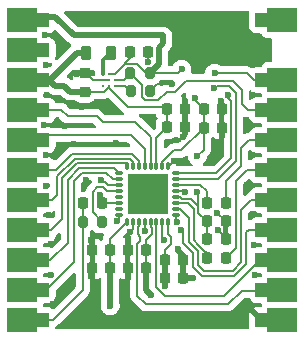
<source format=gbr>
%TF.GenerationSoftware,KiCad,Pcbnew,9.0.1+dfsg-1*%
%TF.CreationDate,2025-05-01T10:53:58+02:00*%
%TF.ProjectId,audio-codec,61756469-6f2d-4636-9f64-65632e6b6963,rev?*%
%TF.SameCoordinates,Original*%
%TF.FileFunction,Copper,L1,Top*%
%TF.FilePolarity,Positive*%
%FSLAX46Y46*%
G04 Gerber Fmt 4.6, Leading zero omitted, Abs format (unit mm)*
G04 Created by KiCad (PCBNEW 9.0.1+dfsg-1) date 2025-05-01 10:53:58*
%MOMM*%
%LPD*%
G01*
G04 APERTURE LIST*
G04 Aperture macros list*
%AMRoundRect*
0 Rectangle with rounded corners*
0 $1 Rounding radius*
0 $2 $3 $4 $5 $6 $7 $8 $9 X,Y pos of 4 corners*
0 Add a 4 corners polygon primitive as box body*
4,1,4,$2,$3,$4,$5,$6,$7,$8,$9,$2,$3,0*
0 Add four circle primitives for the rounded corners*
1,1,$1+$1,$2,$3*
1,1,$1+$1,$4,$5*
1,1,$1+$1,$6,$7*
1,1,$1+$1,$8,$9*
0 Add four rect primitives between the rounded corners*
20,1,$1+$1,$2,$3,$4,$5,0*
20,1,$1+$1,$4,$5,$6,$7,0*
20,1,$1+$1,$6,$7,$8,$9,0*
20,1,$1+$1,$8,$9,$2,$3,0*%
G04 Aperture macros list end*
%TA.AperFunction,SMDPad,CuDef*%
%ADD10RoundRect,0.225000X-0.225000X-0.250000X0.225000X-0.250000X0.225000X0.250000X-0.225000X0.250000X0*%
%TD*%
%TA.AperFunction,SMDPad,CuDef*%
%ADD11RoundRect,0.200000X0.200000X0.275000X-0.200000X0.275000X-0.200000X-0.275000X0.200000X-0.275000X0*%
%TD*%
%TA.AperFunction,SMDPad,CuDef*%
%ADD12RoundRect,0.225000X0.225000X0.250000X-0.225000X0.250000X-0.225000X-0.250000X0.225000X-0.250000X0*%
%TD*%
%TA.AperFunction,SMDPad,CuDef*%
%ADD13C,0.260000*%
%TD*%
%TA.AperFunction,SMDPad,CuDef*%
%ADD14RoundRect,0.031250X-0.093750X0.268750X-0.093750X-0.268750X0.093750X-0.268750X0.093750X0.268750X0*%
%TD*%
%TA.AperFunction,SMDPad,CuDef*%
%ADD15RoundRect,0.031250X-0.268750X0.093750X-0.268750X-0.093750X0.268750X-0.093750X0.268750X0.093750X0*%
%TD*%
%TA.AperFunction,SMDPad,CuDef*%
%ADD16R,3.450000X3.450000*%
%TD*%
%TA.AperFunction,ComponentPad*%
%ADD17C,0.400000*%
%TD*%
%TA.AperFunction,SMDPad,CuDef*%
%ADD18RoundRect,0.225000X0.250000X-0.225000X0.250000X0.225000X-0.250000X0.225000X-0.250000X-0.225000X0*%
%TD*%
%TA.AperFunction,SMDPad,CuDef*%
%ADD19RoundRect,0.200000X-0.200000X-0.275000X0.200000X-0.275000X0.200000X0.275000X-0.200000X0.275000X0*%
%TD*%
%TA.AperFunction,SMDPad,CuDef*%
%ADD20RoundRect,0.218750X0.218750X0.381250X-0.218750X0.381250X-0.218750X-0.381250X0.218750X-0.381250X0*%
%TD*%
%TA.AperFunction,CastellatedPad*%
%ADD21R,2.540000X2.000000*%
%TD*%
%TA.AperFunction,ComponentPad*%
%ADD22RoundRect,0.250000X-0.375000X-0.375000X0.375000X-0.375000X0.375000X0.375000X-0.375000X0.375000X0*%
%TD*%
%TA.AperFunction,ViaPad*%
%ADD23C,0.600000*%
%TD*%
%TA.AperFunction,Conductor*%
%ADD24C,0.500000*%
%TD*%
%TA.AperFunction,Conductor*%
%ADD25C,0.200000*%
%TD*%
%TA.AperFunction,Conductor*%
%ADD26C,0.300000*%
%TD*%
G04 APERTURE END LIST*
D10*
%TO.P,C16,1*%
%TO.N,Net-(U1-HPL)*%
X89160000Y-70800000D03*
%TO.P,C16,2*%
%TO.N,3.5MM_LEFT*%
X90710000Y-70800000D03*
%TD*%
%TO.P,C17,1*%
%TO.N,Net-(U1-HPR)*%
X89160000Y-66150000D03*
%TO.P,C17,2*%
%TO.N,3.5MM_RIGHT*%
X90710000Y-66150000D03*
%TD*%
%TO.P,C12,1*%
%TO.N,DECOUPLE5*%
X85750000Y-59725000D03*
%TO.P,C12,2*%
%TO.N,GND*%
X87300000Y-59725000D03*
%TD*%
D11*
%TO.P,R1,1*%
%TO.N,Net-(U1-MICBIAS)*%
X80260000Y-67725000D03*
%TO.P,R1,2*%
%TO.N,3.5MM_MIC*%
X78610000Y-67725000D03*
%TD*%
D12*
%TO.P,C2,1*%
%TO.N,GND*%
X84167648Y-53350000D03*
%TO.P,C2,2*%
%TO.N,DECOUPLE4*%
X82617648Y-53350000D03*
%TD*%
D10*
%TO.P,C10,1*%
%TO.N,DECOUPLE4*%
X89160000Y-67700000D03*
%TO.P,C10,2*%
%TO.N,GND*%
X90710000Y-67700000D03*
%TD*%
%TO.P,C14,1*%
%TO.N,DECOUPLE5*%
X85750000Y-58200000D03*
%TO.P,C14,2*%
%TO.N,GND*%
X87300000Y-58200000D03*
%TD*%
%TO.P,C7,1*%
%TO.N,DECOUPLE1*%
X85585000Y-72500000D03*
%TO.P,C7,2*%
%TO.N,GND*%
X87135000Y-72500000D03*
%TD*%
%TO.P,C11,1*%
%TO.N,DECOUPLE4*%
X89160000Y-69225000D03*
%TO.P,C11,2*%
%TO.N,GND*%
X90710000Y-69225000D03*
%TD*%
D11*
%TO.P,R3,1*%
%TO.N,DECOUPLE4*%
X84292648Y-55150000D03*
%TO.P,R3,2*%
%TO.N,V1.8_MODE*%
X82642648Y-55150000D03*
%TD*%
D10*
%TO.P,C6,1*%
%TO.N,DECOUPLE1*%
X85585000Y-70975000D03*
%TO.P,C6,2*%
%TO.N,GND*%
X87135000Y-70975000D03*
%TD*%
D12*
%TO.P,C5,1*%
%TO.N,DECOUPLE1*%
X83985000Y-70115000D03*
%TO.P,C5,2*%
%TO.N,GND*%
X82435000Y-70115000D03*
%TD*%
D13*
%TO.P,U2,A1,SW*%
%TO.N,Net-(U2-SW)*%
X80340000Y-55200000D03*
%TO.P,U2,A2,PVIN*%
%TO.N,DECOUPLE4*%
X80840000Y-55200000D03*
%TO.P,U2,A3,EN*%
X81340000Y-55200000D03*
%TO.P,U2,B1,PGND*%
%TO.N,GND*%
X80340000Y-55700000D03*
%TO.P,U2,B2,AGND*%
X80840000Y-55700000D03*
%TO.P,U2,B3,SYNC/MODE*%
%TO.N,V1.8_MODE*%
X81340000Y-55700000D03*
%TO.P,U2,C1,VOUTOK*%
%TO.N,unconnected-(U2-VOUTOK-PadC1)*%
X80340000Y-56200000D03*
%TO.P,U2,C2,FB*%
%TO.N,DECOUPLE5*%
X80840000Y-56200000D03*
%TO.P,U2,C3,VID*%
%TO.N,Net-(U2-VID)*%
X81340000Y-56200000D03*
%TD*%
D14*
%TO.P,U1,1,IOVSS*%
%TO.N,GND*%
X85860000Y-62975000D03*
%TO.P,U1,2,IOVDD*%
%TO.N,DECOUPLE4*%
X85360000Y-62975000D03*
%TO.P,U1,3,DVDD*%
%TO.N,DECOUPLE5*%
X84860000Y-62975000D03*
%TO.P,U1,4,DOUT*%
%TO.N,I2S_DOUT*%
X84360000Y-62975000D03*
%TO.P,U1,5,DIN*%
%TO.N,I2S_DIN*%
X83860000Y-62975000D03*
%TO.P,U1,6,WCLK*%
%TO.N,WCLK*%
X83360000Y-62975000D03*
%TO.P,U1,7,BCLK*%
%TO.N,I2S_BCLK*%
X82860000Y-62975000D03*
%TO.P,U1,8,MCLK*%
%TO.N,I2S_MCLK*%
X82360000Y-62975000D03*
D15*
%TO.P,U1,9,SDA*%
%TO.N,SDA*%
X81710000Y-63625000D03*
%TO.P,U1,10,SCL*%
%TO.N,SCL*%
X81710000Y-64125000D03*
%TO.P,U1,11,VOL/MICDET*%
%TO.N,Net-(U1-MIC1RP)*%
X81710000Y-64625000D03*
%TO.P,U1,12,MICBIAS*%
%TO.N,Net-(U1-MICBIAS)*%
X81710000Y-65125000D03*
%TO.P,U1,13,MIC1LP*%
%TO.N,unconnected-(U1-MIC1LP-Pad13)*%
X81710000Y-65625000D03*
%TO.P,U1,14,MIC1RP*%
%TO.N,Net-(U1-MIC1RP)*%
X81710000Y-66125000D03*
%TO.P,U1,15,MIC1LM*%
%TO.N,unconnected-(U1-MIC1LM-Pad15)*%
X81710000Y-66625000D03*
%TO.P,U1,16,AVSS*%
%TO.N,GND*%
X81710000Y-67125000D03*
D14*
%TO.P,U1,17,AVDD*%
%TO.N,DECOUPLE1*%
X82360000Y-67775000D03*
%TO.P,U1,18,DVSS*%
%TO.N,GND*%
X82860000Y-67775000D03*
%TO.P,U1,19,SPLM*%
%TO.N,SPEAKER_L_M*%
X83360000Y-67775000D03*
%TO.P,U1,20,SPLVSS*%
%TO.N,GND*%
X83860000Y-67775000D03*
%TO.P,U1,21,SPLVDD*%
%TO.N,DECOUPLE1*%
X84360000Y-67775000D03*
%TO.P,U1,22,SPLP*%
%TO.N,SPEAKER_L_P*%
X84860000Y-67775000D03*
%TO.P,U1,23,SPRM*%
%TO.N,SPEAKER_R_M*%
X85360000Y-67775000D03*
%TO.P,U1,24,SPRVDD*%
%TO.N,DECOUPLE1*%
X85860000Y-67775000D03*
D15*
%TO.P,U1,25,SPRVSS*%
%TO.N,GND*%
X86510000Y-67125000D03*
%TO.P,U1,26,SPRP*%
%TO.N,SPEAKER_R_P*%
X86510000Y-66625000D03*
%TO.P,U1,27,HPL*%
%TO.N,Net-(U1-HPL)*%
X86510000Y-66125000D03*
%TO.P,U1,28,HPVDD*%
%TO.N,DECOUPLE4*%
X86510000Y-65625000D03*
%TO.P,U1,29,HPVSS*%
%TO.N,GND*%
X86510000Y-65125000D03*
%TO.P,U1,30,HPR*%
%TO.N,Net-(U1-HPR)*%
X86510000Y-64625000D03*
%TO.P,U1,31,~{RESET}*%
%TO.N,{slash}RESET*%
X86510000Y-64125000D03*
%TO.P,U1,32,GPIO1*%
%TO.N,GPIO1*%
X86510000Y-63625000D03*
D16*
%TO.P,U1,33,EP*%
%TO.N,GND*%
X84110000Y-65375000D03*
D17*
%TO.P,U1,34,GND*%
X84110000Y-65375000D03*
%TO.P,U1,35,GND*%
X85585000Y-65375000D03*
%TO.P,U1,36,GND*%
X84110000Y-63900000D03*
%TO.P,U1,37,GND*%
X82635000Y-65375000D03*
%TO.P,U1,38,GND*%
X84110000Y-66850000D03*
%TD*%
D10*
%TO.P,C13,1*%
%TO.N,DECOUPLE4*%
X88875000Y-58200000D03*
%TO.P,C13,2*%
%TO.N,GND*%
X90425000Y-58200000D03*
%TD*%
D12*
%TO.P,C9,1*%
%TO.N,DECOUPLE1*%
X80935000Y-70115000D03*
%TO.P,C9,2*%
%TO.N,GND*%
X79385000Y-70115000D03*
%TD*%
D10*
%TO.P,C15,1*%
%TO.N,DECOUPLE4*%
X88850000Y-59775000D03*
%TO.P,C15,2*%
%TO.N,GND*%
X90400000Y-59775000D03*
%TD*%
D18*
%TO.P,C3,1*%
%TO.N,DECOUPLE5*%
X78775000Y-56700000D03*
%TO.P,C3,2*%
%TO.N,GND*%
X78775000Y-55150000D03*
%TD*%
D19*
%TO.P,R2,1*%
%TO.N,Net-(U2-VID)*%
X82667648Y-56675000D03*
%TO.P,R2,2*%
%TO.N,GND*%
X84317648Y-56675000D03*
%TD*%
D12*
%TO.P,C1,1*%
%TO.N,Net-(U1-MIC1RP)*%
X80210000Y-66175000D03*
%TO.P,C1,2*%
%TO.N,3.5MM_MIC*%
X78660000Y-66175000D03*
%TD*%
%TO.P,C8,1*%
%TO.N,DECOUPLE1*%
X80935000Y-71625000D03*
%TO.P,C8,2*%
%TO.N,GND*%
X79385000Y-71625000D03*
%TD*%
D20*
%TO.P,L1,1,1*%
%TO.N,Net-(U2-SW)*%
X80980148Y-53425000D03*
%TO.P,L1,2,2*%
%TO.N,DECOUPLE5*%
X78855148Y-53425000D03*
%TD*%
D12*
%TO.P,C4,1*%
%TO.N,DECOUPLE1*%
X83985000Y-71625000D03*
%TO.P,C4,2*%
%TO.N,GND*%
X82435000Y-71625000D03*
%TD*%
D21*
%TO.P,M1,1,VCC*%
%TO.N,DECOUPLE1*%
X95500000Y-50650000D03*
D22*
X93800000Y-50650000D03*
D21*
%TO.P,M1,3*%
%TO.N,{slash}RESET*%
X95500000Y-55730000D03*
D22*
X93800000Y-55730000D03*
D21*
%TO.P,M1,4*%
%TO.N,V1.8_MODE*%
X95500000Y-58270000D03*
D22*
X93800000Y-58270000D03*
D21*
%TO.P,M1,5*%
%TO.N,3.5MM_RIGHT*%
X95500000Y-60810000D03*
D22*
X93800000Y-60810000D03*
D21*
%TO.P,M1,6*%
%TO.N,3.5MM_LEFT*%
X95500000Y-63350000D03*
D22*
X93800000Y-63350000D03*
D21*
%TO.P,M1,7*%
%TO.N,SPEAKER_R_P*%
X95500000Y-65890000D03*
D22*
X93800000Y-65890000D03*
D21*
%TO.P,M1,8*%
%TO.N,SPEAKER_R_M*%
X95500000Y-68430000D03*
D22*
X93800000Y-68430000D03*
D21*
%TO.P,M1,9*%
%TO.N,SPEAKER_L_P*%
X95500000Y-70970000D03*
D22*
X93800000Y-70970000D03*
D21*
%TO.P,M1,10*%
%TO.N,SPEAKER_L_M*%
X95500000Y-73510000D03*
D22*
X93800000Y-73510000D03*
D21*
%TO.P,M1,11,GND*%
%TO.N,GND*%
X95500000Y-76050000D03*
D22*
X93800000Y-76050000D03*
%TO.P,M1,12*%
%TO.N,DECOUPLE4*%
X75200000Y-50650000D03*
D21*
X73500000Y-50650000D03*
D22*
%TO.P,M1,13*%
%TO.N,GPIO1*%
X75200000Y-53190000D03*
D21*
X73500000Y-53190000D03*
D22*
%TO.P,M1,14*%
%TO.N,DECOUPLE5*%
X75200000Y-55730000D03*
D21*
X73500000Y-55730000D03*
D22*
%TO.P,M1,15*%
%TO.N,I2S_DOUT*%
X75200000Y-58270000D03*
D21*
X73500000Y-58270000D03*
D22*
%TO.P,M1,16*%
%TO.N,I2S_DIN*%
X75200000Y-60810000D03*
D21*
X73500000Y-60810000D03*
D22*
%TO.P,M1,17*%
%TO.N,WCLK*%
X75200000Y-63350000D03*
D21*
X73500000Y-63350000D03*
D22*
%TO.P,M1,18*%
%TO.N,I2S_BCLK*%
X75200000Y-65890000D03*
D21*
X73500000Y-65890000D03*
D22*
%TO.P,M1,19*%
%TO.N,I2S_MCLK*%
X75200000Y-68430000D03*
D21*
X73500000Y-68430000D03*
D22*
%TO.P,M1,20*%
%TO.N,SDA*%
X75200000Y-70970000D03*
D21*
X73500000Y-70970000D03*
D22*
%TO.P,M1,21*%
%TO.N,SCL*%
X75200000Y-73510000D03*
D21*
X73500000Y-73510000D03*
D22*
%TO.P,M1,22*%
%TO.N,3.5MM_MIC*%
X75200000Y-76050000D03*
D21*
X73500000Y-76050000D03*
%TD*%
D23*
%TO.N,DECOUPLE4*%
X88125000Y-57210000D03*
X88310000Y-65175000D03*
X88335000Y-62150000D03*
X87000000Y-54825000D03*
%TO.N,Net-(U1-MIC1RP)*%
X80199243Y-64200000D03*
X80084958Y-65423571D03*
%TO.N,GND*%
X87100000Y-60520000D03*
X81430000Y-61040000D03*
X89980000Y-66950000D03*
X75370000Y-59530000D03*
X81485000Y-67625000D03*
X93220000Y-72230000D03*
X87290000Y-57490000D03*
X78550000Y-58030000D03*
X92500000Y-64640000D03*
X89750000Y-52510000D03*
X84141926Y-54175000D03*
X78890000Y-64190000D03*
X77120000Y-59640000D03*
X92500000Y-54240000D03*
X77300000Y-73090000D03*
X83860000Y-68525000D03*
X75510000Y-54450000D03*
X87110000Y-52850000D03*
X89540000Y-76250000D03*
X93060000Y-62040000D03*
X75510000Y-62060000D03*
X78120000Y-55230000D03*
X87285000Y-65175000D03*
X82430000Y-69350000D03*
X82650000Y-68580000D03*
X79350000Y-69270000D03*
X76120000Y-74720000D03*
X75920000Y-69640000D03*
X88430000Y-53820000D03*
X86200000Y-56050000D03*
X77910000Y-61160000D03*
X75610000Y-57010000D03*
X86560000Y-67725000D03*
X86650000Y-70060000D03*
X86320000Y-62590000D03*
X89800000Y-51450000D03*
X75910000Y-72210000D03*
X90300000Y-57520000D03*
X82480000Y-72450000D03*
X90035000Y-68400000D03*
X75490000Y-64660000D03*
X75800000Y-67140000D03*
X93160000Y-69730000D03*
X92500000Y-52510000D03*
X90880000Y-76250000D03*
X75440000Y-51920000D03*
X90380000Y-60500000D03*
X92630000Y-74880000D03*
X92500000Y-59590000D03*
X84400000Y-59160000D03*
X93060000Y-56970000D03*
X87920000Y-72500000D03*
X93140000Y-67090000D03*
X79360000Y-72330000D03*
%TO.N,DECOUPLE1*%
X84435000Y-73940000D03*
X85590000Y-73170000D03*
X80935000Y-74850000D03*
%TO.N,{slash}RESET*%
X89710000Y-56440000D03*
X89780000Y-55140000D03*
%TO.N,SPEAKER_R_M*%
X85477107Y-69232893D03*
X86935000Y-68431666D03*
%TO.N,GPIO1*%
X90930000Y-57010000D03*
%TD*%
D24*
%TO.N,DECOUPLE4*%
X85425000Y-51950000D02*
X77875000Y-51950000D01*
D25*
X86935000Y-61690000D02*
X88850000Y-59775000D01*
X87810000Y-65775000D02*
X87036471Y-65775000D01*
X82167648Y-54375000D02*
X81342648Y-55200000D01*
X88125000Y-57450000D02*
X88875000Y-58200000D01*
X88335000Y-66300000D02*
X87810000Y-65775000D01*
X88400000Y-65265000D02*
X88310000Y-65175000D01*
X86886471Y-65625000D02*
X86510000Y-65625000D01*
X86313176Y-61690000D02*
X86935000Y-61690000D01*
X88335000Y-66300000D02*
X88400000Y-66235000D01*
X87036471Y-65775000D02*
X86886471Y-65625000D01*
X88410000Y-66375000D02*
X88335000Y-66300000D01*
D24*
X84292648Y-55150000D02*
X85067648Y-54375000D01*
D25*
X87000000Y-54825000D02*
X86675000Y-55150000D01*
X82617648Y-53825000D02*
X82617648Y-53350000D01*
X89160000Y-67700000D02*
X89160000Y-69225000D01*
X88335000Y-62150000D02*
X88850000Y-61635000D01*
X88850000Y-59775000D02*
X88850000Y-58225000D01*
X82167648Y-54275000D02*
X82617648Y-53825000D01*
X88850000Y-58225000D02*
X88875000Y-58200000D01*
X83217648Y-54375000D02*
X82167648Y-54375000D01*
D24*
X77875000Y-51950000D02*
X76275000Y-50350000D01*
D25*
X84292648Y-55150000D02*
X83992648Y-55150000D01*
X89160000Y-67700000D02*
X88410000Y-66950000D01*
X86675000Y-55150000D02*
X84292648Y-55150000D01*
X82167648Y-54375000D02*
X82167648Y-54275000D01*
D24*
X85067648Y-54375000D02*
X85067648Y-52979534D01*
D25*
X88850000Y-61635000D02*
X88850000Y-59775000D01*
D24*
X85425000Y-52622182D02*
X85425000Y-51950000D01*
D25*
X81342648Y-55200000D02*
X80842648Y-55200000D01*
X88410000Y-66950000D02*
X88410000Y-66375000D01*
X83992648Y-55150000D02*
X83217648Y-54375000D01*
D24*
X85067648Y-52979534D02*
X85425000Y-52622182D01*
X76275000Y-50350000D02*
X74505000Y-50350000D01*
D25*
X88400000Y-66235000D02*
X88400000Y-65265000D01*
X85360000Y-62975000D02*
X85360000Y-62643176D01*
X85360000Y-62643176D02*
X86313176Y-61690000D01*
X88125000Y-57210000D02*
X88125000Y-57450000D01*
%TO.N,Net-(U1-MIC1RP)*%
X80084958Y-66049958D02*
X80210000Y-66175000D01*
X80084958Y-65423571D02*
X80084958Y-66049958D01*
X80199243Y-64200000D02*
X80399243Y-64400000D01*
X80399243Y-64400000D02*
X80526989Y-64400000D01*
X80526989Y-64400000D02*
X80751989Y-64625000D01*
X80210000Y-66175000D02*
X81660000Y-66175000D01*
X81660000Y-66175000D02*
X81710000Y-66125000D01*
X80751989Y-64625000D02*
X81710000Y-64625000D01*
D24*
%TO.N,GND*%
X79385000Y-70115000D02*
X79385000Y-69305000D01*
D25*
X79467648Y-55700000D02*
X78917648Y-55150000D01*
D24*
X82435000Y-70115000D02*
X82430000Y-70110000D01*
X92500000Y-52510000D02*
X89750000Y-52510000D01*
D25*
X90425000Y-57895000D02*
X90425000Y-58200000D01*
X86510000Y-67125000D02*
X86510000Y-67675000D01*
D24*
X88440000Y-53820000D02*
X89750000Y-52510000D01*
D25*
X81710000Y-67125000D02*
X81710000Y-67400000D01*
X83860000Y-67775000D02*
X83885000Y-67775000D01*
X87300000Y-57500000D02*
X87300000Y-58200000D01*
X81710000Y-67400000D02*
X81485000Y-67625000D01*
X90710000Y-69225000D02*
X90710000Y-69075000D01*
X90710000Y-69075000D02*
X90035000Y-68400000D01*
D24*
X87135000Y-70625000D02*
X87135000Y-70975000D01*
D25*
X87290000Y-57490000D02*
X87300000Y-57500000D01*
X86510000Y-65125000D02*
X87235000Y-65125000D01*
D24*
X79385000Y-69305000D02*
X79350000Y-69270000D01*
D25*
X80842648Y-55700000D02*
X80342648Y-55700000D01*
D24*
X87920000Y-72500000D02*
X87135000Y-72500000D01*
D25*
X84942648Y-56050000D02*
X84317648Y-56675000D01*
X83885000Y-67775000D02*
X83910000Y-67800000D01*
X83860000Y-67850000D02*
X83860000Y-68525000D01*
X90710000Y-69225000D02*
X90710000Y-67700000D01*
X86510000Y-67675000D02*
X86560000Y-67725000D01*
D24*
X88430000Y-53820000D02*
X88440000Y-53820000D01*
D25*
X84141926Y-54175000D02*
X84167648Y-54149278D01*
X94825000Y-75750000D02*
X93675000Y-75750000D01*
X89980000Y-66970000D02*
X89980000Y-66950000D01*
D24*
X82435000Y-72405000D02*
X82480000Y-72450000D01*
D25*
X90400000Y-58225000D02*
X90425000Y-58200000D01*
D24*
X86650000Y-70060000D02*
X86650000Y-70140000D01*
D25*
X78350000Y-55150000D02*
X78917648Y-55150000D01*
D24*
X79385000Y-72305000D02*
X79360000Y-72330000D01*
D25*
X90300000Y-57520000D02*
X90300000Y-57770000D01*
X94825000Y-75750000D02*
X94675000Y-75900000D01*
X80342648Y-55700000D02*
X79467648Y-55700000D01*
X86200000Y-56050000D02*
X84942648Y-56050000D01*
X82650000Y-68580000D02*
X82860000Y-68370000D01*
X90300000Y-57770000D02*
X90425000Y-57895000D01*
X87235000Y-65125000D02*
X87285000Y-65175000D01*
X85935000Y-62975000D02*
X85860000Y-62975000D01*
D24*
X90400000Y-59775000D02*
X90400000Y-60480000D01*
X82435000Y-71625000D02*
X82435000Y-72405000D01*
X90400000Y-60480000D02*
X90380000Y-60500000D01*
X79385000Y-71625000D02*
X79385000Y-72305000D01*
X86650000Y-70140000D02*
X87135000Y-70625000D01*
X87300000Y-59725000D02*
X87300000Y-60320000D01*
X82430000Y-70110000D02*
X82430000Y-69350000D01*
D25*
X82860000Y-68370000D02*
X82860000Y-67775000D01*
X86320000Y-62590000D02*
X85935000Y-62975000D01*
X83910000Y-67800000D02*
X83860000Y-67850000D01*
X90710000Y-67700000D02*
X89980000Y-66970000D01*
D24*
X87300000Y-60320000D02*
X87100000Y-60520000D01*
D25*
X84167648Y-54149278D02*
X84167648Y-53350000D01*
%TO.N,DECOUPLE1*%
X85585000Y-70975000D02*
X85585000Y-70825000D01*
D24*
X83990000Y-73495000D02*
X83990000Y-71630000D01*
D25*
X85590000Y-73170000D02*
X85590000Y-72675000D01*
X85585000Y-70145000D02*
X86090000Y-69640000D01*
X85585000Y-72500000D02*
X85585000Y-70975000D01*
X82360000Y-67775000D02*
X80935000Y-69200000D01*
D24*
X83990000Y-71630000D02*
X83985000Y-71625000D01*
D25*
X80935000Y-70115000D02*
X80935000Y-71625000D01*
X80935000Y-69200000D02*
X80935000Y-70115000D01*
X85585000Y-70825000D02*
X85585000Y-70145000D01*
X84360000Y-67775000D02*
X84360000Y-68176471D01*
X85860000Y-68767257D02*
X85860000Y-67775000D01*
X84360000Y-68176471D02*
X84460000Y-68276471D01*
X86090000Y-69640000D02*
X86090000Y-68997257D01*
X84460000Y-68773529D02*
X83985000Y-69248529D01*
X94075000Y-50350000D02*
X94825000Y-50350000D01*
X85590000Y-72675000D02*
X85585000Y-72670000D01*
D24*
X80935000Y-74850000D02*
X80935000Y-71625000D01*
X84435000Y-73940000D02*
X83990000Y-73495000D01*
D25*
X86090000Y-68997257D02*
X85860000Y-68767257D01*
D24*
X85585000Y-72670000D02*
X85585000Y-70825000D01*
D25*
X83985000Y-69248529D02*
X83985000Y-70115000D01*
X83985000Y-70115000D02*
X83985000Y-71625000D01*
X84460000Y-68276471D02*
X84460000Y-68773529D01*
%TO.N,SPEAKER_L_P*%
X90560000Y-74020000D02*
X85570000Y-74020000D01*
X93610000Y-70970000D02*
X90560000Y-74020000D01*
X84835000Y-68964214D02*
X84860000Y-68939214D01*
X84860000Y-68939214D02*
X84860000Y-67775000D01*
X85570000Y-74020000D02*
X84835000Y-73285000D01*
X84835000Y-73285000D02*
X84835000Y-68964214D01*
X93800000Y-70970000D02*
X93610000Y-70970000D01*
%TO.N,Net-(U1-HPR)*%
X86560000Y-64575000D02*
X88585000Y-64575000D01*
X88585000Y-64575000D02*
X89160000Y-65150000D01*
X86510000Y-64625000D02*
X86560000Y-64575000D01*
X89160000Y-65150000D02*
X89160000Y-66150000D01*
%TO.N,I2S_MCLK*%
X82360000Y-62975000D02*
X82160000Y-62775000D01*
X76875000Y-67475000D02*
X75920000Y-68430000D01*
X76875000Y-64055000D02*
X76875000Y-67475000D01*
X82160000Y-62775000D02*
X78155000Y-62775000D01*
X78155000Y-62775000D02*
X76875000Y-64055000D01*
X75920000Y-68430000D02*
X75200000Y-68430000D01*
%TO.N,I2S_DOUT*%
X76820000Y-58270000D02*
X75200000Y-58270000D01*
X79810000Y-58800000D02*
X77350000Y-58800000D01*
X84360000Y-62975000D02*
X84360000Y-60580000D01*
X77350000Y-58800000D02*
X76820000Y-58270000D01*
X80310000Y-59300000D02*
X79810000Y-58800000D01*
X83080000Y-59300000D02*
X80310000Y-59300000D01*
X84360000Y-60580000D02*
X83080000Y-59300000D01*
%TO.N,{slash}RESET*%
X91600000Y-56820000D02*
X91600000Y-62585000D01*
X89780000Y-56370000D02*
X89840000Y-56370000D01*
X91020000Y-56240000D02*
X91600000Y-56820000D01*
X92540000Y-55150000D02*
X93120000Y-55730000D01*
X93120000Y-55730000D02*
X93800000Y-55730000D01*
X89710000Y-56440000D02*
X89780000Y-56370000D01*
X89840000Y-56370000D02*
X89970000Y-56240000D01*
X91600000Y-62585000D02*
X90060000Y-64125000D01*
X89780000Y-55140000D02*
X89790000Y-55150000D01*
X89970000Y-56240000D02*
X91020000Y-56240000D01*
X90060000Y-64125000D02*
X86510000Y-64125000D01*
X89790000Y-55150000D02*
X92540000Y-55150000D01*
%TO.N,Net-(U1-MICBIAS)*%
X80686304Y-65125000D02*
X80361304Y-64800000D01*
X81710000Y-65125000D02*
X80686304Y-65125000D01*
X79460000Y-66925000D02*
X80260000Y-67725000D01*
X79860000Y-64800000D02*
X79460000Y-65200000D01*
X79460000Y-65200000D02*
X79460000Y-66925000D01*
X80361304Y-64800000D02*
X79860000Y-64800000D01*
%TO.N,SPEAKER_R_P*%
X86841824Y-66625000D02*
X87600000Y-67383176D01*
X88870000Y-71860000D02*
X91310000Y-71860000D01*
X92050000Y-71120000D02*
X92050000Y-66720000D01*
X86510000Y-66625000D02*
X86841824Y-66625000D01*
X87600000Y-69465000D02*
X88375000Y-70240000D01*
X91310000Y-71860000D02*
X92050000Y-71120000D01*
X88375000Y-70240000D02*
X88375000Y-71365000D01*
X92880000Y-65890000D02*
X93800000Y-65890000D01*
X87600000Y-67383176D02*
X87600000Y-69465000D01*
X92050000Y-66720000D02*
X92880000Y-65890000D01*
X88375000Y-71365000D02*
X88870000Y-71860000D01*
D24*
%TO.N,DECOUPLE5*%
X77075000Y-56230000D02*
X76300000Y-56230000D01*
X78115000Y-53425000D02*
X75810000Y-55730000D01*
X75810000Y-55730000D02*
X75200000Y-55730000D01*
D25*
X80842648Y-56200000D02*
X80842648Y-56383847D01*
X80450760Y-56700000D02*
X80842648Y-56308112D01*
X78917648Y-56700000D02*
X80450760Y-56700000D01*
D24*
X78917648Y-56700000D02*
X77545000Y-56700000D01*
D25*
X80842648Y-56308112D02*
X80842648Y-56200000D01*
X84860000Y-60615000D02*
X85750000Y-59725000D01*
D24*
X77545000Y-56700000D02*
X77075000Y-56230000D01*
D25*
X85700000Y-59725000D02*
X85675000Y-59700000D01*
D24*
X75800000Y-55730000D02*
X75200000Y-55730000D01*
X76300000Y-56230000D02*
X75800000Y-55730000D01*
D25*
X84860000Y-62975000D02*
X84860000Y-60615000D01*
X80842648Y-56383847D02*
X82428801Y-57970000D01*
X85375000Y-60000000D02*
X85675000Y-59700000D01*
X82428801Y-57970000D02*
X85520000Y-57970000D01*
X85750000Y-59725000D02*
X85750000Y-58200000D01*
D24*
X78855148Y-53425000D02*
X78115000Y-53425000D01*
D25*
X85520000Y-57970000D02*
X85750000Y-58200000D01*
%TO.N,WCLK*%
X77715000Y-61975000D02*
X76340000Y-63350000D01*
X82757510Y-61975000D02*
X77715000Y-61975000D01*
X75200000Y-63350000D02*
X75075000Y-63350000D01*
X75075000Y-63350000D02*
X74775000Y-63050000D01*
X83360000Y-62577490D02*
X82757510Y-61975000D01*
X76340000Y-63350000D02*
X75200000Y-63350000D01*
X83360000Y-62975000D02*
X83360000Y-62577490D01*
%TO.N,SPEAKER_R_M*%
X85477107Y-69232893D02*
X85360000Y-69115786D01*
X86935000Y-68431666D02*
X87135000Y-68631666D01*
X91430000Y-72330000D02*
X92480000Y-71280000D01*
X92480000Y-68630000D02*
X92680000Y-68430000D01*
X92680000Y-68430000D02*
X93800000Y-68430000D01*
X87135000Y-69565000D02*
X87960000Y-70390000D01*
X87960000Y-71540000D02*
X88750000Y-72330000D01*
X87135000Y-68631666D02*
X87135000Y-69565000D01*
X92480000Y-71280000D02*
X92480000Y-68630000D01*
X87960000Y-70390000D02*
X87960000Y-71540000D01*
X88750000Y-72330000D02*
X91430000Y-72330000D01*
X85360000Y-69115786D02*
X85360000Y-67775000D01*
%TO.N,Net-(U1-HPL)*%
X86510000Y-66125000D02*
X86560000Y-66175000D01*
X88000000Y-69275000D02*
X88410000Y-69685000D01*
X88410000Y-69698696D02*
X88711304Y-70000000D01*
X88000000Y-66615000D02*
X88000000Y-69275000D01*
X88725000Y-70000000D02*
X89185000Y-70460000D01*
X88711304Y-70000000D02*
X88725000Y-70000000D01*
X89185000Y-70460000D02*
X89185000Y-70800000D01*
X86560000Y-66175000D02*
X87560000Y-66175000D01*
X88410000Y-69685000D02*
X88410000Y-69698696D01*
X87560000Y-66175000D02*
X88000000Y-66615000D01*
%TO.N,GPIO1*%
X91190000Y-57520000D02*
X91190000Y-62340000D01*
X91107500Y-62425000D02*
X89907500Y-63625000D01*
X90930000Y-57010000D02*
X90930000Y-57260000D01*
X90930000Y-57260000D02*
X91190000Y-57520000D01*
X91100000Y-62425000D02*
X91107500Y-62425000D01*
X91105000Y-62425000D02*
X91100000Y-62425000D01*
X89907500Y-63625000D02*
X86510000Y-63625000D01*
X91190000Y-62340000D02*
X91105000Y-62425000D01*
%TO.N,SPEAKER_L_M*%
X93800000Y-73510000D02*
X93760000Y-73550000D01*
X83235000Y-69641304D02*
X83485000Y-69391304D01*
X83485000Y-69391304D02*
X83485000Y-68998529D01*
X83260000Y-68773529D02*
X83260000Y-68206824D01*
X83360000Y-68106824D02*
X83360000Y-67775000D01*
X92070000Y-73550000D02*
X90900000Y-74720000D01*
X83970000Y-74720000D02*
X83235000Y-73985000D01*
X83235000Y-73985000D02*
X83235000Y-69641304D01*
X83485000Y-68998529D02*
X83260000Y-68773529D01*
X83260000Y-68206824D02*
X83360000Y-68106824D01*
X90900000Y-74720000D02*
X83970000Y-74720000D01*
X93760000Y-73550000D02*
X92070000Y-73550000D01*
%TO.N,I2S_BCLK*%
X82860000Y-62643176D02*
X82591824Y-62375000D01*
X82591824Y-62375000D02*
X77925000Y-62375000D01*
X76450000Y-65430000D02*
X75990000Y-65890000D01*
X77925000Y-62375000D02*
X76450000Y-63850000D01*
X82860000Y-62975000D02*
X82860000Y-62643176D01*
X82860000Y-62975000D02*
X82860000Y-62725000D01*
X76450000Y-63850000D02*
X76450000Y-65430000D01*
X75990000Y-65890000D02*
X75200000Y-65890000D01*
%TO.N,SCL*%
X75530000Y-73510000D02*
X77880000Y-71160000D01*
X77880000Y-71160000D02*
X77880000Y-64242057D01*
X75200000Y-73510000D02*
X75530000Y-73510000D01*
X77880000Y-64242057D02*
X78547057Y-63575000D01*
X81175000Y-64125000D02*
X81710000Y-64125000D01*
X78547057Y-63575000D02*
X80625000Y-63575000D01*
X80625000Y-63575000D02*
X81175000Y-64125000D01*
%TO.N,I2S_DIN*%
X83860000Y-61550000D02*
X82710000Y-60400000D01*
X82710000Y-60400000D02*
X75645000Y-60400000D01*
X75645000Y-60400000D02*
X75235000Y-60810000D01*
X83860000Y-62975000D02*
X83860000Y-61550000D01*
%TO.N,SDA*%
X78335000Y-63175000D02*
X77342843Y-64167157D01*
X75890000Y-70970000D02*
X75200000Y-70970000D01*
X81260000Y-63175000D02*
X78335000Y-63175000D01*
X77342843Y-64167157D02*
X77342843Y-69517157D01*
X81710000Y-63625000D02*
X81260000Y-63175000D01*
X77342843Y-69517157D02*
X75890000Y-70970000D01*
%TO.N,3.5MM_MIC*%
X78610000Y-73520000D02*
X76080000Y-76050000D01*
X76080000Y-76050000D02*
X75200000Y-76050000D01*
X78610000Y-67725000D02*
X78610000Y-73520000D01*
X78660000Y-66175000D02*
X78660000Y-67675000D01*
X78660000Y-67675000D02*
X78610000Y-67725000D01*
%TO.N,3.5MM_LEFT*%
X90735000Y-70800000D02*
X91630000Y-69905000D01*
X91630000Y-69905000D02*
X91630000Y-64240000D01*
X91630000Y-64240000D02*
X92520000Y-63350000D01*
X92520000Y-63350000D02*
X93800000Y-63350000D01*
%TO.N,3.5MM_RIGHT*%
X92030000Y-62980000D02*
X92030000Y-61495000D01*
X90710000Y-66150000D02*
X90710000Y-64300000D01*
X92715000Y-60810000D02*
X93800000Y-60810000D01*
X90710000Y-64300000D02*
X92030000Y-62980000D01*
X92030000Y-61495000D02*
X92715000Y-60810000D01*
%TO.N,Net-(U2-VID)*%
X81342648Y-56200000D02*
X82192648Y-56200000D01*
X82192648Y-56200000D02*
X82667648Y-56675000D01*
%TO.N,V1.8_MODE*%
X92080000Y-56550000D02*
X92080000Y-57730000D01*
X85741177Y-56700000D02*
X86451471Y-56700000D01*
X86451471Y-56700000D02*
X87371471Y-55780000D01*
X82642648Y-55150000D02*
X83617648Y-56125000D01*
X87371471Y-55780000D02*
X91310000Y-55780000D01*
X82092648Y-55700000D02*
X82642648Y-55150000D01*
X83617648Y-56125000D02*
X83617648Y-57162648D01*
X83617648Y-57162648D02*
X83905000Y-57450000D01*
X83905000Y-57450000D02*
X84991177Y-57450000D01*
X91310000Y-55780000D02*
X92080000Y-56550000D01*
X92620000Y-58270000D02*
X93800000Y-58270000D01*
X81342648Y-55700000D02*
X82092648Y-55700000D01*
X92080000Y-57730000D02*
X92620000Y-58270000D01*
X84991177Y-57450000D02*
X85741177Y-56700000D01*
D26*
%TO.N,Net-(U2-SW)*%
X80342648Y-54062500D02*
X80980148Y-53425000D01*
X80342648Y-55200000D02*
X80342648Y-54062500D01*
%TD*%
%TA.AperFunction,Conductor*%
%TO.N,GND*%
G36*
X79478332Y-68424837D02*
G01*
X79522680Y-68453338D01*
X79624811Y-68555469D01*
X79624813Y-68555470D01*
X79624815Y-68555472D01*
X79770394Y-68643478D01*
X79932804Y-68694086D01*
X80003384Y-68700500D01*
X80003387Y-68700500D01*
X80315214Y-68700500D01*
X80321038Y-68702210D01*
X80327000Y-68701061D01*
X80354175Y-68711940D01*
X80382253Y-68720185D01*
X80386227Y-68724772D01*
X80391865Y-68727029D01*
X80408845Y-68750874D01*
X80428008Y-68772989D01*
X80428871Y-68778996D01*
X80432394Y-68783943D01*
X80433786Y-68813179D01*
X80437952Y-68842147D01*
X80435503Y-68849220D01*
X80435719Y-68853734D01*
X80422601Y-68886500D01*
X80405190Y-68916657D01*
X80375423Y-68968215D01*
X80334499Y-69120943D01*
X80334499Y-69120945D01*
X80334499Y-69174995D01*
X80333416Y-69178681D01*
X80334276Y-69182425D01*
X80323650Y-69211941D01*
X80314814Y-69242034D01*
X80311534Y-69245597D01*
X80310610Y-69248165D01*
X80300959Y-69257087D01*
X80285940Y-69273405D01*
X80280938Y-69277239D01*
X80256956Y-69292032D01*
X80241565Y-69307422D01*
X80235087Y-69312389D01*
X80209795Y-69322153D01*
X80186000Y-69335146D01*
X80177685Y-69334551D01*
X80169907Y-69337554D01*
X80143348Y-69332093D01*
X80116308Y-69330159D01*
X80108016Y-69324830D01*
X80101468Y-69323484D01*
X80092915Y-69315124D01*
X80071965Y-69301660D01*
X80062732Y-69292427D01*
X80062728Y-69292424D01*
X79918492Y-69203457D01*
X79918481Y-69203452D01*
X79757606Y-69150144D01*
X79658322Y-69140000D01*
X79635000Y-69140000D01*
X79635000Y-72599999D01*
X79658308Y-72599999D01*
X79658322Y-72599998D01*
X79757607Y-72589855D01*
X79918481Y-72536547D01*
X79918488Y-72536544D01*
X79995402Y-72489102D01*
X80062794Y-72470661D01*
X80129458Y-72491583D01*
X80174228Y-72545224D01*
X80184500Y-72594640D01*
X80184500Y-74545396D01*
X80175062Y-74592844D01*
X80165263Y-74616503D01*
X80165262Y-74616506D01*
X80165260Y-74616511D01*
X80134500Y-74771153D01*
X80134500Y-74928846D01*
X80165261Y-75083489D01*
X80165264Y-75083501D01*
X80225602Y-75229172D01*
X80225609Y-75229185D01*
X80313210Y-75360288D01*
X80313213Y-75360292D01*
X80424707Y-75471786D01*
X80424711Y-75471789D01*
X80555814Y-75559390D01*
X80555827Y-75559397D01*
X80701498Y-75619735D01*
X80701503Y-75619737D01*
X80856153Y-75650499D01*
X80856156Y-75650500D01*
X80856158Y-75650500D01*
X81013844Y-75650500D01*
X81013845Y-75650499D01*
X81168497Y-75619737D01*
X81314179Y-75559394D01*
X81445289Y-75471789D01*
X81556789Y-75360289D01*
X81644394Y-75229179D01*
X81704737Y-75083497D01*
X81735500Y-74928842D01*
X81735500Y-74771158D01*
X81735500Y-74771155D01*
X81735499Y-74771153D01*
X81704739Y-74616511D01*
X81704738Y-74616508D01*
X81704737Y-74616503D01*
X81694937Y-74592844D01*
X81685500Y-74545396D01*
X81685500Y-72625481D01*
X81705185Y-72558442D01*
X81757989Y-72512687D01*
X81827147Y-72502743D01*
X81874598Y-72519943D01*
X81901512Y-72536544D01*
X81901518Y-72536547D01*
X82062393Y-72589855D01*
X82161683Y-72599999D01*
X82185000Y-72599998D01*
X82185000Y-69139999D01*
X82161693Y-69140000D01*
X82161667Y-69140002D01*
X82154855Y-69140698D01*
X82086163Y-69127927D01*
X82035279Y-69080046D01*
X82018360Y-69012255D01*
X82040777Y-68946080D01*
X82054572Y-68929662D01*
X82372416Y-68611819D01*
X82396621Y-68598602D01*
X82419020Y-68582501D01*
X82429323Y-68580744D01*
X82433739Y-68578334D01*
X82453646Y-68575668D01*
X82456871Y-68575500D01*
X82495378Y-68575500D01*
X82524881Y-68571957D01*
X82529048Y-68571740D01*
X82559132Y-68578896D01*
X82589621Y-68584007D01*
X82592818Y-68586910D01*
X82597021Y-68587910D01*
X82618457Y-68610192D01*
X82641346Y-68630977D01*
X82642540Y-68635225D01*
X82645461Y-68638262D01*
X82650337Y-68662972D01*
X82659499Y-68695572D01*
X82659499Y-68852583D01*
X82659498Y-68852583D01*
X82700423Y-69005313D01*
X82703532Y-69012818D01*
X82700296Y-69014158D01*
X82712974Y-69066433D01*
X82690116Y-69132458D01*
X82685000Y-69138505D01*
X82685000Y-69361733D01*
X82677080Y-69401549D01*
X82677527Y-69401669D01*
X82675700Y-69408484D01*
X82675562Y-69409182D01*
X82675425Y-69409511D01*
X82675423Y-69409519D01*
X82634499Y-69562247D01*
X82634499Y-69562249D01*
X82634499Y-69730350D01*
X82634500Y-69730363D01*
X82634500Y-73898330D01*
X82634499Y-73898348D01*
X82634499Y-74064054D01*
X82634498Y-74064054D01*
X82675423Y-74216785D01*
X82704358Y-74266900D01*
X82704359Y-74266904D01*
X82704360Y-74266904D01*
X82754445Y-74353656D01*
X82754479Y-74353714D01*
X82754481Y-74353717D01*
X82873349Y-74472585D01*
X82873355Y-74472590D01*
X83485139Y-75084374D01*
X83485149Y-75084385D01*
X83489479Y-75088715D01*
X83489480Y-75088716D01*
X83601284Y-75200520D01*
X83661619Y-75235354D01*
X83738215Y-75279577D01*
X83890943Y-75320501D01*
X83890946Y-75320501D01*
X84056653Y-75320501D01*
X84056669Y-75320500D01*
X90813331Y-75320500D01*
X90813347Y-75320501D01*
X90820943Y-75320501D01*
X90979054Y-75320501D01*
X90979057Y-75320501D01*
X91131785Y-75279577D01*
X91208381Y-75235354D01*
X91268716Y-75200520D01*
X91380520Y-75088716D01*
X91380520Y-75088714D01*
X91390724Y-75078511D01*
X91390727Y-75078506D01*
X92282416Y-74186819D01*
X92343739Y-74153334D01*
X92370097Y-74150500D01*
X92637774Y-74150500D01*
X92704813Y-74170185D01*
X92743311Y-74209401D01*
X92832288Y-74353656D01*
X92956344Y-74477712D01*
X93105666Y-74569814D01*
X93272203Y-74624999D01*
X93374991Y-74635500D01*
X93656533Y-74635499D01*
X93677779Y-74641737D01*
X93699866Y-74643317D01*
X93710647Y-74651388D01*
X93723572Y-74655183D01*
X93738074Y-74671919D01*
X93755799Y-74685188D01*
X93766411Y-74704622D01*
X93769327Y-74707987D01*
X93772714Y-74716164D01*
X93780627Y-74737379D01*
X93785612Y-74807071D01*
X93780626Y-74824051D01*
X93773059Y-74844337D01*
X93731186Y-74900269D01*
X93665721Y-74924684D01*
X93656879Y-74925000D01*
X93375029Y-74925000D01*
X93375012Y-74925001D01*
X93272302Y-74935494D01*
X93105878Y-74990642D01*
X93105873Y-74990644D01*
X93098651Y-74995098D01*
X93098650Y-74995099D01*
X93778551Y-75675000D01*
X93750630Y-75675000D01*
X93655255Y-75700556D01*
X93569745Y-75749925D01*
X93499925Y-75819745D01*
X93450556Y-75905255D01*
X93425000Y-76000630D01*
X93425000Y-76028551D01*
X92745099Y-75348650D01*
X92745098Y-75348651D01*
X92740644Y-75355873D01*
X92740642Y-75355877D01*
X92685494Y-75522302D01*
X92685493Y-75522309D01*
X92675000Y-75625013D01*
X92675000Y-76474971D01*
X92675001Y-76474987D01*
X92685493Y-76577695D01*
X92711606Y-76656495D01*
X92714008Y-76726324D01*
X92678277Y-76786366D01*
X92615756Y-76817559D01*
X92593900Y-76819500D01*
X76410962Y-76819500D01*
X76408032Y-76818639D01*
X76405064Y-76819360D01*
X76374714Y-76808856D01*
X76343923Y-76799815D01*
X76341924Y-76797508D01*
X76339037Y-76796509D01*
X76319183Y-76771263D01*
X76298168Y-76747011D01*
X76297733Y-76743989D01*
X76295845Y-76741588D01*
X76292791Y-76709621D01*
X76288224Y-76677853D01*
X76289492Y-76675075D01*
X76289202Y-76672035D01*
X76303914Y-76643495D01*
X76317249Y-76614297D01*
X76320239Y-76611827D01*
X76321217Y-76609932D01*
X76348960Y-76588114D01*
X76366827Y-76577798D01*
X76366829Y-76577797D01*
X76448716Y-76530520D01*
X76560520Y-76418716D01*
X76560520Y-76418714D01*
X76570724Y-76408511D01*
X76570728Y-76408506D01*
X78968506Y-74010728D01*
X78968511Y-74010724D01*
X78978714Y-74000520D01*
X78978716Y-74000520D01*
X79090520Y-73888716D01*
X79152257Y-73781784D01*
X79169577Y-73751785D01*
X79210500Y-73599058D01*
X79210500Y-73440943D01*
X79210500Y-68641519D01*
X79219145Y-68612075D01*
X79225668Y-68582093D01*
X79229422Y-68577077D01*
X79230185Y-68574480D01*
X79246813Y-68553843D01*
X79347321Y-68453335D01*
X79408640Y-68419853D01*
X79478332Y-68424837D01*
G37*
%TD.AperFunction*%
%TA.AperFunction,Conductor*%
G36*
X77928834Y-72062914D02*
G01*
X77984767Y-72104786D01*
X78009184Y-72170250D01*
X78009500Y-72179096D01*
X78009500Y-73219902D01*
X77989815Y-73286941D01*
X77973181Y-73307583D01*
X76208143Y-75072620D01*
X76146820Y-75106105D01*
X76077128Y-75101121D01*
X76049964Y-75085818D01*
X76049803Y-75086080D01*
X76043657Y-75082289D01*
X76043656Y-75082288D01*
X75942364Y-75019811D01*
X75894336Y-74990187D01*
X75894331Y-74990185D01*
X75892862Y-74989698D01*
X75727797Y-74935001D01*
X75727795Y-74935000D01*
X75625016Y-74924500D01*
X75625009Y-74924500D01*
X75343466Y-74924500D01*
X75322220Y-74918261D01*
X75300132Y-74916682D01*
X75289348Y-74908609D01*
X75276427Y-74904815D01*
X75261927Y-74888081D01*
X75244199Y-74874810D01*
X75233585Y-74855373D01*
X75230672Y-74852011D01*
X75227284Y-74843833D01*
X75219638Y-74823333D01*
X75214654Y-74753641D01*
X75219639Y-74736664D01*
X75227286Y-74716163D01*
X75269159Y-74660230D01*
X75334624Y-74635815D01*
X75343467Y-74635499D01*
X75625002Y-74635499D01*
X75625008Y-74635499D01*
X75727797Y-74624999D01*
X75894334Y-74569814D01*
X76043656Y-74477712D01*
X76167712Y-74353656D01*
X76259814Y-74204334D01*
X76314999Y-74037797D01*
X76325500Y-73935009D01*
X76325499Y-73615095D01*
X76345183Y-73548057D01*
X76361813Y-73527420D01*
X77797820Y-72091413D01*
X77859142Y-72057930D01*
X77928834Y-72062914D01*
G37*
%TD.AperFunction*%
%TA.AperFunction,Conductor*%
G36*
X87302539Y-70994685D02*
G01*
X87348294Y-71047489D01*
X87359500Y-71099000D01*
X87359500Y-71453330D01*
X87359499Y-71453348D01*
X87359499Y-71460943D01*
X87359499Y-71619057D01*
X87371631Y-71664334D01*
X87380775Y-71698458D01*
X87385000Y-71730552D01*
X87385000Y-72376000D01*
X87365315Y-72443039D01*
X87312511Y-72488794D01*
X87261000Y-72500000D01*
X87009000Y-72500000D01*
X86941961Y-72480315D01*
X86896206Y-72427511D01*
X86885000Y-72376000D01*
X86885000Y-71099000D01*
X86887550Y-71090314D01*
X86886262Y-71081353D01*
X86897240Y-71057312D01*
X86904685Y-71031961D01*
X86911525Y-71026033D01*
X86915287Y-71017797D01*
X86937521Y-71003507D01*
X86957489Y-70986206D01*
X86968003Y-70983918D01*
X86974065Y-70980023D01*
X87009000Y-70975000D01*
X87235500Y-70975000D01*
X87302539Y-70994685D01*
G37*
%TD.AperFunction*%
%TA.AperFunction,Conductor*%
G36*
X75926307Y-72095582D02*
G01*
X75957500Y-72158102D01*
X75949941Y-72227562D01*
X75923123Y-72267640D01*
X75831128Y-72359635D01*
X75769805Y-72393120D01*
X75730845Y-72395312D01*
X75625018Y-72384500D01*
X75625009Y-72384500D01*
X75343466Y-72384500D01*
X75322220Y-72378261D01*
X75300132Y-72376682D01*
X75289348Y-72368609D01*
X75276427Y-72364815D01*
X75261927Y-72348081D01*
X75244199Y-72334810D01*
X75233585Y-72315373D01*
X75230672Y-72312011D01*
X75227284Y-72303833D01*
X75219638Y-72283333D01*
X75214654Y-72213641D01*
X75219639Y-72196664D01*
X75227286Y-72176163D01*
X75269159Y-72120230D01*
X75334624Y-72095815D01*
X75343467Y-72095499D01*
X75625002Y-72095499D01*
X75625008Y-72095499D01*
X75727797Y-72084999D01*
X75796440Y-72062252D01*
X75866265Y-72059851D01*
X75926307Y-72095582D01*
G37*
%TD.AperFunction*%
%TA.AperFunction,Conductor*%
G36*
X93677778Y-72101737D02*
G01*
X93699862Y-72103316D01*
X93710646Y-72111388D01*
X93723572Y-72115184D01*
X93738070Y-72131916D01*
X93755797Y-72145185D01*
X93766413Y-72164625D01*
X93769327Y-72167988D01*
X93772713Y-72176161D01*
X93780360Y-72196662D01*
X93785347Y-72266352D01*
X93780361Y-72283335D01*
X93772714Y-72303836D01*
X93730841Y-72359769D01*
X93665376Y-72384184D01*
X93656533Y-72384500D01*
X93374999Y-72384500D01*
X93374975Y-72384502D01*
X93353897Y-72386655D01*
X93285204Y-72373884D01*
X93234321Y-72326002D01*
X93217402Y-72258212D01*
X93239819Y-72192036D01*
X93253611Y-72175622D01*
X93297417Y-72131816D01*
X93358738Y-72098333D01*
X93385086Y-72095499D01*
X93656533Y-72095499D01*
X93677778Y-72101737D01*
G37*
%TD.AperFunction*%
%TA.AperFunction,Conductor*%
G36*
X76661677Y-68640071D02*
G01*
X76717610Y-68681943D01*
X76742027Y-68747407D01*
X76742343Y-68756253D01*
X76742343Y-69217059D01*
X76722658Y-69284098D01*
X76706024Y-69304740D01*
X76091226Y-69919538D01*
X76029903Y-69953023D01*
X75960211Y-69948039D01*
X75938449Y-69937396D01*
X75894340Y-69910189D01*
X75894335Y-69910187D01*
X75894334Y-69910186D01*
X75727797Y-69855001D01*
X75727795Y-69855000D01*
X75625016Y-69844500D01*
X75625009Y-69844500D01*
X75343466Y-69844500D01*
X75322220Y-69838261D01*
X75300132Y-69836682D01*
X75289348Y-69828609D01*
X75276427Y-69824815D01*
X75261927Y-69808081D01*
X75244199Y-69794810D01*
X75233585Y-69775373D01*
X75230672Y-69772011D01*
X75227284Y-69763833D01*
X75219638Y-69743333D01*
X75214654Y-69673641D01*
X75219639Y-69656664D01*
X75220934Y-69653194D01*
X75227286Y-69636163D01*
X75269159Y-69580230D01*
X75334624Y-69555815D01*
X75343467Y-69555499D01*
X75625002Y-69555499D01*
X75625008Y-69555499D01*
X75727797Y-69544999D01*
X75894334Y-69489814D01*
X76043656Y-69397712D01*
X76167712Y-69273656D01*
X76259814Y-69124334D01*
X76314999Y-68957797D01*
X76318885Y-68919752D01*
X76328179Y-68896973D01*
X76333410Y-68872929D01*
X76343477Y-68859480D01*
X76345280Y-68855062D01*
X76354548Y-68844687D01*
X76400520Y-68798716D01*
X76400521Y-68798713D01*
X76530665Y-68668569D01*
X76591985Y-68635087D01*
X76661677Y-68640071D01*
G37*
%TD.AperFunction*%
%TA.AperFunction,Conductor*%
G36*
X93243498Y-69535487D02*
G01*
X93272203Y-69544999D01*
X93374991Y-69555500D01*
X93656533Y-69555499D01*
X93677779Y-69561737D01*
X93699862Y-69563316D01*
X93710644Y-69571387D01*
X93723572Y-69575183D01*
X93738073Y-69591918D01*
X93755797Y-69605185D01*
X93766412Y-69624623D01*
X93769327Y-69627987D01*
X93772713Y-69636161D01*
X93780360Y-69656662D01*
X93785347Y-69726352D01*
X93780361Y-69743335D01*
X93772714Y-69763836D01*
X93730841Y-69819769D01*
X93665376Y-69844184D01*
X93656533Y-69844500D01*
X93374999Y-69844500D01*
X93374980Y-69844501D01*
X93272203Y-69855000D01*
X93272202Y-69855001D01*
X93243502Y-69864511D01*
X93215038Y-69865489D01*
X93186853Y-69869542D01*
X93180572Y-69866673D01*
X93173674Y-69866911D01*
X93149202Y-69852347D01*
X93123297Y-69840517D01*
X93119564Y-69834709D01*
X93113632Y-69831179D01*
X93100917Y-69805694D01*
X93085523Y-69781739D01*
X93084128Y-69772040D01*
X93082441Y-69768658D01*
X93080500Y-69746804D01*
X93080500Y-69653194D01*
X93100185Y-69586155D01*
X93152989Y-69540400D01*
X93222147Y-69530456D01*
X93243498Y-69535487D01*
G37*
%TD.AperFunction*%
%TA.AperFunction,Conductor*%
G36*
X90903039Y-67719685D02*
G01*
X90948794Y-67772489D01*
X90960000Y-67824000D01*
X90960000Y-69101000D01*
X90940315Y-69168039D01*
X90887511Y-69213794D01*
X90836000Y-69225000D01*
X90584000Y-69225000D01*
X90516961Y-69205315D01*
X90471206Y-69152511D01*
X90460000Y-69101000D01*
X90460000Y-67824000D01*
X90479685Y-67756961D01*
X90532489Y-67711206D01*
X90584000Y-67700000D01*
X90836000Y-67700000D01*
X90903039Y-67719685D01*
G37*
%TD.AperFunction*%
%TA.AperFunction,Conductor*%
G36*
X92875907Y-66817595D02*
G01*
X92902267Y-66819481D01*
X92911320Y-66825299D01*
X92918360Y-66826831D01*
X92946614Y-66847982D01*
X92956344Y-66857712D01*
X93105666Y-66949814D01*
X93272203Y-67004999D01*
X93374991Y-67015500D01*
X93656533Y-67015499D01*
X93677779Y-67021737D01*
X93699862Y-67023316D01*
X93710644Y-67031387D01*
X93723572Y-67035183D01*
X93738073Y-67051918D01*
X93755797Y-67065185D01*
X93766412Y-67084623D01*
X93769327Y-67087987D01*
X93772713Y-67096161D01*
X93780360Y-67116662D01*
X93785347Y-67186352D01*
X93780361Y-67203335D01*
X93772714Y-67223836D01*
X93730841Y-67279769D01*
X93665376Y-67304184D01*
X93656533Y-67304500D01*
X93374999Y-67304500D01*
X93374980Y-67304501D01*
X93272203Y-67315000D01*
X93272200Y-67315001D01*
X93105668Y-67370185D01*
X93105663Y-67370187D01*
X92956342Y-67462289D01*
X92862181Y-67556451D01*
X92800858Y-67589936D01*
X92731166Y-67584952D01*
X92675233Y-67543080D01*
X92650816Y-67477616D01*
X92650500Y-67468770D01*
X92650500Y-67020096D01*
X92670185Y-66953057D01*
X92686815Y-66932419D01*
X92771252Y-66847981D01*
X92779197Y-66843643D01*
X92784623Y-66836396D01*
X92809382Y-66827161D01*
X92832575Y-66814497D01*
X92841604Y-66815142D01*
X92850087Y-66811979D01*
X92875907Y-66817595D01*
G37*
%TD.AperFunction*%
%TA.AperFunction,Conductor*%
G36*
X76193834Y-66810048D02*
G01*
X76249767Y-66851920D01*
X76274184Y-66917384D01*
X76274500Y-66926230D01*
X76274500Y-67174902D01*
X76254815Y-67241941D01*
X76238181Y-67262584D01*
X76109781Y-67390983D01*
X76048458Y-67424467D01*
X75978766Y-67419483D01*
X75957004Y-67408840D01*
X75894340Y-67370190D01*
X75894334Y-67370186D01*
X75727797Y-67315001D01*
X75727795Y-67315000D01*
X75625016Y-67304500D01*
X75625009Y-67304500D01*
X75343466Y-67304500D01*
X75322220Y-67298261D01*
X75300132Y-67296682D01*
X75289348Y-67288609D01*
X75276427Y-67284815D01*
X75261927Y-67268081D01*
X75244199Y-67254810D01*
X75233585Y-67235373D01*
X75230672Y-67232011D01*
X75227284Y-67223833D01*
X75219638Y-67203333D01*
X75214654Y-67133641D01*
X75219639Y-67116664D01*
X75227286Y-67096163D01*
X75269159Y-67040230D01*
X75334624Y-67015815D01*
X75343467Y-67015499D01*
X75625002Y-67015499D01*
X75625008Y-67015499D01*
X75727797Y-67004999D01*
X75894334Y-66949814D01*
X76043656Y-66857712D01*
X76062819Y-66838549D01*
X76124142Y-66805064D01*
X76193834Y-66810048D01*
G37*
%TD.AperFunction*%
%TA.AperFunction,Conductor*%
G36*
X92723103Y-64085465D02*
G01*
X92735403Y-64086345D01*
X92754020Y-64100281D01*
X92774993Y-64110333D01*
X92787559Y-64125389D01*
X92791336Y-64128217D01*
X92797605Y-64137425D01*
X92832288Y-64193656D01*
X92956344Y-64317712D01*
X93105666Y-64409814D01*
X93272203Y-64464999D01*
X93374991Y-64475500D01*
X93656533Y-64475499D01*
X93677779Y-64481737D01*
X93699862Y-64483316D01*
X93710644Y-64491387D01*
X93723572Y-64495183D01*
X93738073Y-64511918D01*
X93755797Y-64525185D01*
X93766412Y-64544623D01*
X93769327Y-64547987D01*
X93772713Y-64556161D01*
X93780360Y-64576662D01*
X93785347Y-64646352D01*
X93780361Y-64663335D01*
X93772714Y-64683836D01*
X93730841Y-64739769D01*
X93665376Y-64764184D01*
X93656533Y-64764500D01*
X93374999Y-64764500D01*
X93374980Y-64764501D01*
X93272203Y-64775000D01*
X93272200Y-64775001D01*
X93105668Y-64830185D01*
X93105663Y-64830187D01*
X92956342Y-64922289D01*
X92832289Y-65046342D01*
X92740184Y-65195668D01*
X92720901Y-65253859D01*
X92681127Y-65311304D01*
X92650663Y-65329408D01*
X92648223Y-65330418D01*
X92612672Y-65350944D01*
X92612671Y-65350943D01*
X92511287Y-65409477D01*
X92511282Y-65409481D01*
X92442181Y-65478583D01*
X92380858Y-65512068D01*
X92311166Y-65507084D01*
X92255233Y-65465212D01*
X92230816Y-65399748D01*
X92230500Y-65390902D01*
X92230500Y-64540096D01*
X92250185Y-64473057D01*
X92266815Y-64452419D01*
X92604388Y-64114845D01*
X92624799Y-64103700D01*
X92642655Y-64088798D01*
X92654890Y-64087269D01*
X92665711Y-64081361D01*
X92688907Y-64083019D01*
X92711985Y-64080137D01*
X92723103Y-64085465D01*
G37*
%TD.AperFunction*%
%TA.AperFunction,Conductor*%
G36*
X79343462Y-64195185D02*
G01*
X79389217Y-64247989D01*
X79398041Y-64275312D01*
X79407908Y-64324923D01*
X79401679Y-64394514D01*
X79373971Y-64436792D01*
X79091286Y-64719478D01*
X78979481Y-64831282D01*
X78979479Y-64831285D01*
X78939726Y-64900140D01*
X78939724Y-64900143D01*
X78934384Y-64909394D01*
X78900423Y-64968215D01*
X78861631Y-65112983D01*
X78859713Y-65118213D01*
X78842111Y-65141989D01*
X78826712Y-65167254D01*
X78821552Y-65169760D01*
X78818141Y-65174369D01*
X78790477Y-65184855D01*
X78763865Y-65197783D01*
X78754258Y-65198585D01*
X78752808Y-65199135D01*
X78751356Y-65198827D01*
X78743302Y-65199500D01*
X78604500Y-65199500D01*
X78537461Y-65179815D01*
X78491706Y-65127011D01*
X78480500Y-65075500D01*
X78480500Y-64542154D01*
X78500185Y-64475115D01*
X78516819Y-64454473D01*
X78759473Y-64211819D01*
X78820796Y-64178334D01*
X78847154Y-64175500D01*
X79276423Y-64175500D01*
X79343462Y-64195185D01*
G37*
%TD.AperFunction*%
%TA.AperFunction,Conductor*%
G36*
X75727971Y-64469322D02*
G01*
X75743147Y-64467140D01*
X75761622Y-64475577D01*
X75781590Y-64479289D01*
X75792755Y-64489795D01*
X75806703Y-64496165D01*
X75817684Y-64513252D01*
X75832475Y-64527170D01*
X75836751Y-64542921D01*
X75844477Y-64554943D01*
X75849500Y-64589878D01*
X75849500Y-64650120D01*
X75829815Y-64717159D01*
X75777011Y-64762914D01*
X75712898Y-64773478D01*
X75625018Y-64764500D01*
X75625009Y-64764500D01*
X75343466Y-64764500D01*
X75322220Y-64758261D01*
X75300132Y-64756682D01*
X75289348Y-64748609D01*
X75276427Y-64744815D01*
X75261927Y-64728081D01*
X75244199Y-64714810D01*
X75233585Y-64695373D01*
X75230672Y-64692011D01*
X75227284Y-64683833D01*
X75219638Y-64663333D01*
X75214654Y-64593641D01*
X75219639Y-64576664D01*
X75227286Y-64556163D01*
X75269159Y-64500230D01*
X75334624Y-64475815D01*
X75343467Y-64475499D01*
X75625002Y-64475499D01*
X75625008Y-64475499D01*
X75712900Y-64466520D01*
X75727971Y-64469322D01*
G37*
%TD.AperFunction*%
%TA.AperFunction,Conductor*%
G36*
X87430313Y-62120832D02*
G01*
X87454204Y-62122541D01*
X87463502Y-62129501D01*
X87474741Y-62132437D01*
X87490963Y-62150058D01*
X87510139Y-62164412D01*
X87514486Y-62175608D01*
X87522065Y-62183840D01*
X87525647Y-62204348D01*
X87532872Y-62222955D01*
X87533311Y-62222868D01*
X87533806Y-62225360D01*
X87534276Y-62226569D01*
X87534500Y-62228847D01*
X87565261Y-62383489D01*
X87565264Y-62383501D01*
X87625602Y-62529172D01*
X87625609Y-62529185D01*
X87713210Y-62660288D01*
X87713213Y-62660292D01*
X87824707Y-62771786D01*
X87824711Y-62771789D01*
X87863037Y-62797398D01*
X87907842Y-62851010D01*
X87916549Y-62920335D01*
X87886395Y-62983363D01*
X87826952Y-63020082D01*
X87794146Y-63024500D01*
X86966773Y-63024500D01*
X86921284Y-63015855D01*
X86918563Y-63014782D01*
X86905833Y-63009762D01*
X86820378Y-62999500D01*
X86609000Y-62999500D01*
X86541961Y-62979815D01*
X86496206Y-62927011D01*
X86485000Y-62875500D01*
X86485000Y-62664662D01*
X86474748Y-62579287D01*
X86447561Y-62510346D01*
X86445856Y-62491462D01*
X86439232Y-62473700D01*
X86442780Y-62457387D01*
X86441280Y-62440759D01*
X86450054Y-62423952D01*
X86454085Y-62405427D01*
X86472730Y-62380521D01*
X86473617Y-62378823D01*
X86475183Y-62377228D01*
X86500416Y-62351995D01*
X86525595Y-62326817D01*
X86586918Y-62293333D01*
X86613274Y-62290500D01*
X86848331Y-62290500D01*
X86848347Y-62290501D01*
X86855943Y-62290501D01*
X87014054Y-62290501D01*
X87014057Y-62290501D01*
X87166785Y-62249577D01*
X87208730Y-62225360D01*
X87224086Y-62216494D01*
X87224086Y-62216493D01*
X87228286Y-62214069D01*
X87303716Y-62170520D01*
X87331291Y-62142944D01*
X87340723Y-62136474D01*
X87363491Y-62129037D01*
X87384513Y-62117558D01*
X87396098Y-62118386D01*
X87407140Y-62114780D01*
X87430313Y-62120832D01*
G37*
%TD.AperFunction*%
%TA.AperFunction,Conductor*%
G36*
X90532539Y-58219685D02*
G01*
X90578294Y-58272489D01*
X90589500Y-58324000D01*
X90589500Y-62042403D01*
X90569815Y-62109442D01*
X90553181Y-62130084D01*
X89695084Y-62988181D01*
X89633761Y-63021666D01*
X89607403Y-63024500D01*
X88875854Y-63024500D01*
X88808815Y-63004815D01*
X88763060Y-62952011D01*
X88753116Y-62882853D01*
X88782141Y-62819297D01*
X88806963Y-62797398D01*
X88820300Y-62788485D01*
X88845289Y-62771789D01*
X88956789Y-62660289D01*
X89044394Y-62529179D01*
X89053853Y-62506344D01*
X89087980Y-62423952D01*
X89104737Y-62383497D01*
X89131376Y-62249576D01*
X89135638Y-62228151D01*
X89144402Y-62211395D01*
X89148422Y-62192917D01*
X89167167Y-62167875D01*
X89168023Y-62166240D01*
X89169573Y-62164662D01*
X89208503Y-62125731D01*
X89208508Y-62125727D01*
X89218714Y-62115520D01*
X89218716Y-62115520D01*
X89330520Y-62003716D01*
X89392743Y-61895942D01*
X89409577Y-61866785D01*
X89450501Y-61714057D01*
X89450501Y-61555943D01*
X89450501Y-61548348D01*
X89450500Y-61548330D01*
X89450500Y-60715004D01*
X89451582Y-60711317D01*
X89450723Y-60707574D01*
X89461348Y-60678057D01*
X89470185Y-60647965D01*
X89473464Y-60644401D01*
X89474389Y-60641834D01*
X89484037Y-60632914D01*
X89499059Y-60616594D01*
X89504050Y-60612767D01*
X89528044Y-60597968D01*
X89543442Y-60582569D01*
X89549912Y-60577610D01*
X89575200Y-60567846D01*
X89598987Y-60554856D01*
X89607307Y-60555450D01*
X89615092Y-60552445D01*
X89641642Y-60557903D01*
X89668679Y-60559835D01*
X89676977Y-60565167D01*
X89683531Y-60566515D01*
X89692087Y-60574878D01*
X89713034Y-60588339D01*
X89722267Y-60597572D01*
X89722271Y-60597575D01*
X89866507Y-60686542D01*
X89866518Y-60686547D01*
X90027393Y-60739855D01*
X90126683Y-60749999D01*
X90150000Y-60749998D01*
X90150000Y-58746362D01*
X90169685Y-58679323D01*
X90175000Y-58672727D01*
X90175000Y-58324000D01*
X90177550Y-58315314D01*
X90176262Y-58306353D01*
X90187240Y-58282312D01*
X90194685Y-58256961D01*
X90201525Y-58251033D01*
X90205287Y-58242797D01*
X90227521Y-58228507D01*
X90247489Y-58211206D01*
X90258003Y-58208918D01*
X90264065Y-58205023D01*
X90299000Y-58200000D01*
X90465500Y-58200000D01*
X90532539Y-58219685D01*
G37*
%TD.AperFunction*%
%TA.AperFunction,Conductor*%
G36*
X82476942Y-61020185D02*
G01*
X82497584Y-61036819D01*
X82623584Y-61162819D01*
X82657069Y-61224142D01*
X82652085Y-61293834D01*
X82610213Y-61349767D01*
X82544749Y-61374184D01*
X82535903Y-61374500D01*
X77801670Y-61374500D01*
X77801654Y-61374499D01*
X77794058Y-61374499D01*
X77635943Y-61374499D01*
X77562875Y-61394078D01*
X77483214Y-61415423D01*
X77483209Y-61415426D01*
X77346290Y-61494475D01*
X77346282Y-61494481D01*
X76338747Y-62502017D01*
X76277424Y-62535502D01*
X76207732Y-62530518D01*
X76163385Y-62502017D01*
X76043657Y-62382289D01*
X76043656Y-62382288D01*
X75894334Y-62290186D01*
X75727797Y-62235001D01*
X75727795Y-62235000D01*
X75625016Y-62224500D01*
X75625009Y-62224500D01*
X75343466Y-62224500D01*
X75322220Y-62218261D01*
X75300132Y-62216682D01*
X75289348Y-62208609D01*
X75276427Y-62204815D01*
X75261927Y-62188081D01*
X75244199Y-62174810D01*
X75233585Y-62155373D01*
X75230672Y-62152011D01*
X75227284Y-62143833D01*
X75219637Y-62123332D01*
X75214654Y-62053641D01*
X75219639Y-62036664D01*
X75227286Y-62016163D01*
X75269159Y-61960230D01*
X75334624Y-61935815D01*
X75343467Y-61935499D01*
X75625002Y-61935499D01*
X75625008Y-61935499D01*
X75727797Y-61924999D01*
X75894334Y-61869814D01*
X76043656Y-61777712D01*
X76167712Y-61653656D01*
X76259814Y-61504334D01*
X76314999Y-61337797D01*
X76325500Y-61235009D01*
X76325500Y-61124500D01*
X76345185Y-61057461D01*
X76397989Y-61011706D01*
X76449500Y-61000500D01*
X82409903Y-61000500D01*
X82476942Y-61020185D01*
G37*
%TD.AperFunction*%
%TA.AperFunction,Conductor*%
G36*
X92793404Y-61655095D02*
G01*
X92819764Y-61656980D01*
X92828819Y-61662799D01*
X92835860Y-61664331D01*
X92864114Y-61685482D01*
X92956344Y-61777712D01*
X93105666Y-61869814D01*
X93272203Y-61924999D01*
X93374991Y-61935500D01*
X93656533Y-61935499D01*
X93677779Y-61941737D01*
X93699862Y-61943316D01*
X93710644Y-61951387D01*
X93723572Y-61955183D01*
X93738073Y-61971918D01*
X93755797Y-61985185D01*
X93766412Y-62004623D01*
X93769327Y-62007987D01*
X93772713Y-62016161D01*
X93780360Y-62036662D01*
X93785347Y-62106352D01*
X93780361Y-62123335D01*
X93772714Y-62143836D01*
X93730841Y-62199769D01*
X93665376Y-62224184D01*
X93656533Y-62224500D01*
X93374999Y-62224500D01*
X93374980Y-62224501D01*
X93272203Y-62235000D01*
X93272200Y-62235001D01*
X93105668Y-62290185D01*
X93105663Y-62290187D01*
X92956342Y-62382289D01*
X92842181Y-62496451D01*
X92780858Y-62529936D01*
X92711166Y-62524952D01*
X92655233Y-62483080D01*
X92630816Y-62417616D01*
X92630500Y-62408770D01*
X92630500Y-61795097D01*
X92650185Y-61728058D01*
X92666817Y-61707418D01*
X92672621Y-61701613D01*
X92688751Y-61685483D01*
X92696696Y-61681144D01*
X92702123Y-61673896D01*
X92726878Y-61664662D01*
X92750072Y-61651997D01*
X92759104Y-61652642D01*
X92767587Y-61649479D01*
X92793404Y-61655095D01*
G37*
%TD.AperFunction*%
%TA.AperFunction,Conductor*%
G36*
X86568679Y-60509835D02*
G01*
X86613034Y-60538339D01*
X86622267Y-60547572D01*
X86622271Y-60547575D01*
X86766507Y-60636542D01*
X86766518Y-60636547D01*
X86855625Y-60666074D01*
X86913070Y-60705846D01*
X86939893Y-60770362D01*
X86927578Y-60839138D01*
X86904303Y-60871461D01*
X86823739Y-60952025D01*
X86722582Y-61053182D01*
X86661262Y-61086666D01*
X86634903Y-61089500D01*
X86234116Y-61089500D01*
X86193195Y-61100464D01*
X86193195Y-61100465D01*
X86155927Y-61110451D01*
X86081390Y-61130423D01*
X86081385Y-61130426D01*
X85944466Y-61209475D01*
X85944458Y-61209481D01*
X85672181Y-61481759D01*
X85610858Y-61515244D01*
X85541166Y-61510260D01*
X85485233Y-61468388D01*
X85460816Y-61402924D01*
X85460500Y-61394078D01*
X85460500Y-60915097D01*
X85469144Y-60885656D01*
X85475668Y-60855670D01*
X85479422Y-60850654D01*
X85480185Y-60848058D01*
X85496819Y-60827416D01*
X85587417Y-60736818D01*
X85648740Y-60703333D01*
X85675098Y-60700499D01*
X86023338Y-60700499D01*
X86023344Y-60700499D01*
X86023352Y-60700498D01*
X86023355Y-60700498D01*
X86077760Y-60694940D01*
X86122708Y-60690349D01*
X86283697Y-60637003D01*
X86428044Y-60547968D01*
X86437668Y-60538343D01*
X86498987Y-60504856D01*
X86568679Y-60509835D01*
G37*
%TD.AperFunction*%
%TA.AperFunction,Conductor*%
G36*
X92349224Y-58815685D02*
G01*
X92353739Y-58815471D01*
X92386503Y-58828588D01*
X92388215Y-58829577D01*
X92540942Y-58870500D01*
X92540943Y-58870500D01*
X92619551Y-58870500D01*
X92686590Y-58890185D01*
X92732345Y-58942989D01*
X92737256Y-58955493D01*
X92740186Y-58964334D01*
X92832288Y-59113656D01*
X92956344Y-59237712D01*
X93105666Y-59329814D01*
X93272203Y-59384999D01*
X93374991Y-59395500D01*
X93656533Y-59395499D01*
X93677779Y-59401737D01*
X93699862Y-59403316D01*
X93710644Y-59411387D01*
X93723572Y-59415183D01*
X93738073Y-59431918D01*
X93755797Y-59445185D01*
X93766412Y-59464623D01*
X93769327Y-59467987D01*
X93772713Y-59476161D01*
X93772898Y-59476656D01*
X93780360Y-59496662D01*
X93785347Y-59566352D01*
X93780361Y-59583335D01*
X93772714Y-59603836D01*
X93730841Y-59659769D01*
X93665376Y-59684184D01*
X93656533Y-59684500D01*
X93374999Y-59684500D01*
X93374980Y-59684501D01*
X93272203Y-59695000D01*
X93272200Y-59695001D01*
X93105668Y-59750185D01*
X93105663Y-59750187D01*
X92956342Y-59842289D01*
X92832289Y-59966342D01*
X92740184Y-60115669D01*
X92736878Y-60125646D01*
X92697104Y-60183089D01*
X92643447Y-60206110D01*
X92643792Y-60207397D01*
X92635943Y-60209500D01*
X92635942Y-60209500D01*
X92483215Y-60250423D01*
X92483214Y-60250423D01*
X92483212Y-60250424D01*
X92483209Y-60250425D01*
X92433096Y-60279359D01*
X92433095Y-60279360D01*
X92397551Y-60299881D01*
X92386499Y-60306262D01*
X92318599Y-60322733D01*
X92252572Y-60299881D01*
X92209382Y-60244959D01*
X92200500Y-60198874D01*
X92200500Y-58935974D01*
X92202211Y-58930146D01*
X92201062Y-58924182D01*
X92211941Y-58897009D01*
X92220185Y-58868935D01*
X92224774Y-58864958D01*
X92227032Y-58859319D01*
X92250877Y-58842340D01*
X92272989Y-58823180D01*
X92278999Y-58822315D01*
X92283948Y-58818792D01*
X92313180Y-58817400D01*
X92342147Y-58813236D01*
X92349224Y-58815685D01*
G37*
%TD.AperFunction*%
%TA.AperFunction,Conductor*%
G36*
X84778133Y-58590185D02*
G01*
X84823888Y-58642989D01*
X84828799Y-58655494D01*
X84833708Y-58670308D01*
X84862996Y-58758694D01*
X84863001Y-58758705D01*
X84948552Y-58897403D01*
X84966993Y-58964795D01*
X84948552Y-59027597D01*
X84863001Y-59166294D01*
X84862996Y-59166305D01*
X84809651Y-59327290D01*
X84799500Y-59426647D01*
X84799500Y-59774902D01*
X84790855Y-59804339D01*
X84784332Y-59834330D01*
X84780577Y-59839345D01*
X84779815Y-59841941D01*
X84763180Y-59862584D01*
X84715179Y-59910584D01*
X84653856Y-59944068D01*
X84584164Y-59939083D01*
X84539818Y-59910583D01*
X83567590Y-58938355D01*
X83567588Y-58938352D01*
X83448717Y-58819481D01*
X83448716Y-58819480D01*
X83418244Y-58801887D01*
X83370029Y-58751321D01*
X83356805Y-58682714D01*
X83382773Y-58617849D01*
X83439687Y-58577320D01*
X83480244Y-58570500D01*
X84711094Y-58570500D01*
X84778133Y-58590185D01*
G37*
%TD.AperFunction*%
%TA.AperFunction,Conductor*%
G36*
X76586942Y-58890185D02*
G01*
X76607584Y-58906819D01*
X76865139Y-59164374D01*
X76865149Y-59164385D01*
X76869479Y-59168715D01*
X76869480Y-59168716D01*
X76981284Y-59280520D01*
X77045983Y-59317873D01*
X77068095Y-59330639D01*
X77068097Y-59330641D01*
X77106151Y-59352611D01*
X77118215Y-59359577D01*
X77270943Y-59400500D01*
X77429057Y-59400500D01*
X79509903Y-59400500D01*
X79539343Y-59409144D01*
X79569330Y-59415668D01*
X79574345Y-59419422D01*
X79576942Y-59420185D01*
X79597584Y-59436819D01*
X79748584Y-59587819D01*
X79782069Y-59649142D01*
X79777085Y-59718834D01*
X79735213Y-59774767D01*
X79669749Y-59799184D01*
X79660903Y-59799500D01*
X76009452Y-59799500D01*
X75944356Y-59781039D01*
X75894340Y-59750190D01*
X75894334Y-59750186D01*
X75727797Y-59695001D01*
X75727795Y-59695000D01*
X75625016Y-59684500D01*
X75625009Y-59684500D01*
X75343466Y-59684500D01*
X75322220Y-59678261D01*
X75300132Y-59676682D01*
X75289348Y-59668609D01*
X75276427Y-59664815D01*
X75261927Y-59648081D01*
X75244199Y-59634810D01*
X75233585Y-59615373D01*
X75230672Y-59612011D01*
X75227284Y-59603833D01*
X75219637Y-59583332D01*
X75214654Y-59513641D01*
X75219639Y-59496664D01*
X75227286Y-59476163D01*
X75269159Y-59420230D01*
X75334624Y-59395815D01*
X75343467Y-59395499D01*
X75625002Y-59395499D01*
X75625008Y-59395499D01*
X75727797Y-59384999D01*
X75894334Y-59329814D01*
X76043656Y-59237712D01*
X76167712Y-59113656D01*
X76259814Y-58964334D01*
X76262744Y-58955493D01*
X76276614Y-58935461D01*
X76286736Y-58913297D01*
X76296148Y-58907247D01*
X76302518Y-58898049D01*
X76325016Y-58888696D01*
X76345514Y-58875523D01*
X76362619Y-58873063D01*
X76367035Y-58871228D01*
X76380449Y-58870500D01*
X76519903Y-58870500D01*
X76586942Y-58890185D01*
G37*
%TD.AperFunction*%
%TA.AperFunction,Conductor*%
G36*
X87280389Y-56822828D02*
G01*
X87336323Y-56864699D01*
X87360740Y-56930164D01*
X87356224Y-56970482D01*
X87356451Y-56970528D01*
X87355920Y-56973192D01*
X87355719Y-56974996D01*
X87355263Y-56976498D01*
X87324500Y-57131153D01*
X87324500Y-57288846D01*
X87355261Y-57443489D01*
X87355264Y-57443501D01*
X87415602Y-57589172D01*
X87415609Y-57589185D01*
X87503210Y-57720288D01*
X87503212Y-57720291D01*
X87513678Y-57730756D01*
X87547165Y-57792078D01*
X87550000Y-57818440D01*
X87550000Y-59601000D01*
X87530315Y-59668039D01*
X87477511Y-59713794D01*
X87426000Y-59725000D01*
X87174000Y-59725000D01*
X87106961Y-59705315D01*
X87061206Y-59652511D01*
X87050000Y-59601000D01*
X87050000Y-57224999D01*
X87042985Y-57217985D01*
X87031735Y-57217181D01*
X87020953Y-57209110D01*
X87008033Y-57205317D01*
X86993531Y-57188582D01*
X86975801Y-57175310D01*
X86971094Y-57162691D01*
X86962276Y-57152515D01*
X86959123Y-57130594D01*
X86951384Y-57109845D01*
X86954246Y-57096687D01*
X86952329Y-57083357D01*
X86961528Y-57063210D01*
X86966236Y-57041572D01*
X86979503Y-57023848D01*
X86981352Y-57019800D01*
X86987371Y-57013333D01*
X87149379Y-56851326D01*
X87210698Y-56817844D01*
X87280389Y-56822828D01*
G37*
%TD.AperFunction*%
%TA.AperFunction,Conductor*%
G36*
X75872932Y-56847260D02*
G01*
X75885262Y-56855499D01*
X75885265Y-56855501D01*
X75885264Y-56855501D01*
X75944498Y-56895080D01*
X75944511Y-56895087D01*
X76077782Y-56950289D01*
X76081087Y-56951658D01*
X76081091Y-56951658D01*
X76081092Y-56951659D01*
X76226079Y-56980500D01*
X76226082Y-56980500D01*
X76226083Y-56980500D01*
X76373918Y-56980500D01*
X76712770Y-56980500D01*
X76779809Y-57000185D01*
X76800451Y-57016819D01*
X77066580Y-57282948D01*
X77066584Y-57282951D01*
X77189498Y-57365080D01*
X77189511Y-57365087D01*
X77273645Y-57399936D01*
X77326087Y-57421658D01*
X77326091Y-57421658D01*
X77326092Y-57421659D01*
X77471079Y-57450500D01*
X77471082Y-57450500D01*
X77618917Y-57450500D01*
X77973126Y-57450500D01*
X78040165Y-57470185D01*
X78060807Y-57486819D01*
X78071955Y-57497967D01*
X78071959Y-57497970D01*
X78216294Y-57586998D01*
X78216297Y-57586999D01*
X78216303Y-57587003D01*
X78377292Y-57640349D01*
X78476655Y-57650500D01*
X79073344Y-57650499D01*
X79073352Y-57650498D01*
X79073355Y-57650498D01*
X79127760Y-57644940D01*
X79172708Y-57640349D01*
X79333697Y-57587003D01*
X79478044Y-57497968D01*
X79597968Y-57378044D01*
X79609465Y-57359403D01*
X79661412Y-57312679D01*
X79715004Y-57300500D01*
X80364091Y-57300500D01*
X80364107Y-57300501D01*
X80371703Y-57300501D01*
X80529814Y-57300501D01*
X80529817Y-57300501D01*
X80682545Y-57259577D01*
X80718443Y-57238850D01*
X80786339Y-57222378D01*
X80852366Y-57245229D01*
X80868123Y-57258557D01*
X81948279Y-58338713D01*
X81948281Y-58338716D01*
X82060085Y-58450520D01*
X82101549Y-58474459D01*
X82111026Y-58482899D01*
X82123068Y-58502210D01*
X82138772Y-58518679D01*
X82141202Y-58531287D01*
X82147998Y-58542185D01*
X82147688Y-58564938D01*
X82151996Y-58587286D01*
X82147222Y-58599209D01*
X82147048Y-58612048D01*
X82134486Y-58631022D01*
X82126028Y-58652151D01*
X82115568Y-58659599D01*
X82108479Y-58670308D01*
X82087650Y-58679479D01*
X82069114Y-58692680D01*
X82050607Y-58695792D01*
X82044535Y-58698466D01*
X82039462Y-58697666D01*
X82028557Y-58699500D01*
X80610098Y-58699500D01*
X80543059Y-58679815D01*
X80522417Y-58663181D01*
X80178717Y-58319481D01*
X80178716Y-58319480D01*
X80091904Y-58269360D01*
X80091904Y-58269359D01*
X80091900Y-58269358D01*
X80041785Y-58240423D01*
X79889057Y-58199499D01*
X79730943Y-58199499D01*
X79723347Y-58199499D01*
X79723331Y-58199500D01*
X77650097Y-58199500D01*
X77583058Y-58179815D01*
X77562416Y-58163181D01*
X77307590Y-57908355D01*
X77307588Y-57908352D01*
X77188717Y-57789481D01*
X77188712Y-57789477D01*
X77068876Y-57720291D01*
X77068871Y-57720288D01*
X77051785Y-57710423D01*
X77051782Y-57710422D01*
X77005131Y-57697922D01*
X76899057Y-57669499D01*
X76740943Y-57669499D01*
X76733347Y-57669499D01*
X76733331Y-57669500D01*
X76380449Y-57669500D01*
X76313410Y-57649815D01*
X76267655Y-57597011D01*
X76262744Y-57584507D01*
X76259814Y-57575667D01*
X76259814Y-57575666D01*
X76167712Y-57426344D01*
X76043656Y-57302288D01*
X75918350Y-57224999D01*
X75894336Y-57210187D01*
X75894331Y-57210185D01*
X75879640Y-57205317D01*
X75727797Y-57155001D01*
X75727795Y-57155000D01*
X75625016Y-57144500D01*
X75625009Y-57144500D01*
X75343466Y-57144500D01*
X75322220Y-57138261D01*
X75300132Y-57136682D01*
X75289348Y-57128609D01*
X75276427Y-57124815D01*
X75261927Y-57108081D01*
X75244199Y-57094810D01*
X75233585Y-57075373D01*
X75230672Y-57072011D01*
X75227284Y-57063833D01*
X75219638Y-57043333D01*
X75214654Y-56973641D01*
X75219639Y-56956664D01*
X75227286Y-56936163D01*
X75269159Y-56880230D01*
X75334624Y-56855815D01*
X75343467Y-56855499D01*
X75625002Y-56855499D01*
X75625008Y-56855499D01*
X75727797Y-56844999D01*
X75765038Y-56832657D01*
X75834864Y-56830255D01*
X75872932Y-56847260D01*
G37*
%TD.AperFunction*%
%TA.AperFunction,Conductor*%
G36*
X92808814Y-56600408D02*
G01*
X92822147Y-56598492D01*
X92842290Y-56607691D01*
X92863927Y-56612398D01*
X92881652Y-56625666D01*
X92885703Y-56627517D01*
X92892181Y-56633549D01*
X92956344Y-56697712D01*
X93105666Y-56789814D01*
X93272203Y-56844999D01*
X93374991Y-56855500D01*
X93656533Y-56855499D01*
X93677779Y-56861737D01*
X93699862Y-56863316D01*
X93710644Y-56871387D01*
X93723572Y-56875183D01*
X93738073Y-56891918D01*
X93755797Y-56905185D01*
X93766412Y-56924623D01*
X93769327Y-56927987D01*
X93772713Y-56936161D01*
X93780360Y-56956662D01*
X93785347Y-57026352D01*
X93780361Y-57043335D01*
X93772714Y-57063836D01*
X93730841Y-57119769D01*
X93665376Y-57144184D01*
X93656533Y-57144500D01*
X93374999Y-57144500D01*
X93374980Y-57144501D01*
X93272203Y-57155000D01*
X93272200Y-57155001D01*
X93105668Y-57210185D01*
X93105663Y-57210187D01*
X92956342Y-57302289D01*
X92892181Y-57366451D01*
X92830858Y-57399936D01*
X92761166Y-57394952D01*
X92705233Y-57353080D01*
X92680816Y-57287616D01*
X92680500Y-57278770D01*
X92680500Y-56721230D01*
X92686738Y-56699984D01*
X92688318Y-56677896D01*
X92696390Y-56667112D01*
X92700185Y-56654191D01*
X92716918Y-56639691D01*
X92730190Y-56621963D01*
X92742810Y-56617255D01*
X92752989Y-56608436D01*
X92774906Y-56605284D01*
X92795654Y-56597546D01*
X92808814Y-56600408D01*
G37*
%TD.AperFunction*%
%TA.AperFunction,Conductor*%
G36*
X86319413Y-55770185D02*
G01*
X86365168Y-55822989D01*
X86375112Y-55892147D01*
X86346087Y-55955703D01*
X86340055Y-55962181D01*
X86239055Y-56063181D01*
X86177732Y-56096666D01*
X86151374Y-56099500D01*
X85662120Y-56099500D01*
X85509390Y-56140423D01*
X85474401Y-56160625D01*
X85474369Y-56160643D01*
X85473851Y-56160943D01*
X85372461Y-56219480D01*
X85368827Y-56223113D01*
X85357588Y-56229766D01*
X85330658Y-56236608D01*
X85304736Y-56246628D01*
X85297262Y-56245094D01*
X85289870Y-56246973D01*
X85263513Y-56238169D01*
X85236292Y-56232584D01*
X85230835Y-56227254D01*
X85223600Y-56224838D01*
X85206186Y-56203181D01*
X85186306Y-56183766D01*
X85181377Y-56172328D01*
X85179817Y-56170388D01*
X85179579Y-56168156D01*
X85176042Y-56159947D01*
X85160665Y-56110600D01*
X85068842Y-55958707D01*
X85071132Y-55957322D01*
X85067738Y-55948798D01*
X85055449Y-55930782D01*
X85055070Y-55916974D01*
X85049962Y-55904143D01*
X85054130Y-55882739D01*
X85053532Y-55860938D01*
X85062491Y-55839803D01*
X85063318Y-55835562D01*
X85067308Y-55828444D01*
X85078248Y-55810348D01*
X85129776Y-55763161D01*
X85184363Y-55750500D01*
X86252374Y-55750500D01*
X86319413Y-55770185D01*
G37*
%TD.AperFunction*%
%TA.AperFunction,Conductor*%
G36*
X79635187Y-54919685D02*
G01*
X79680942Y-54972489D01*
X79692148Y-55024000D01*
X79692148Y-55270161D01*
X79690929Y-55270161D01*
X79679106Y-55332494D01*
X79631041Y-55383203D01*
X79568723Y-55400000D01*
X77800001Y-55400000D01*
X77800001Y-55423322D01*
X77810144Y-55522608D01*
X77834475Y-55596036D01*
X77836876Y-55665864D01*
X77801144Y-55725906D01*
X77738624Y-55757098D01*
X77669164Y-55749537D01*
X77629089Y-55722721D01*
X77553416Y-55647048D01*
X77437355Y-55569500D01*
X77430495Y-55564916D01*
X77321772Y-55519881D01*
X77320251Y-55519203D01*
X77294866Y-55497594D01*
X77268913Y-55476680D01*
X77268365Y-55475035D01*
X77267047Y-55473913D01*
X77257379Y-55442026D01*
X77246848Y-55410386D01*
X77247276Y-55408706D01*
X77246774Y-55407049D01*
X77255880Y-55374996D01*
X77264127Y-55342687D01*
X77265598Y-55340793D01*
X77265869Y-55339840D01*
X77267360Y-55338524D01*
X77283085Y-55318282D01*
X77665049Y-54936317D01*
X77726370Y-54902834D01*
X77752728Y-54900000D01*
X79568148Y-54900000D01*
X79635187Y-54919685D01*
G37*
%TD.AperFunction*%
%TA.AperFunction,Conductor*%
G36*
X92620696Y-49888522D02*
G01*
X92648733Y-49893543D01*
X92653792Y-49898240D01*
X92660413Y-49900185D01*
X92679058Y-49921703D01*
X92699932Y-49941086D01*
X92701648Y-49947772D01*
X92706168Y-49952989D01*
X92710220Y-49981175D01*
X92717301Y-50008763D01*
X92715574Y-50018406D01*
X92716112Y-50022147D01*
X92711081Y-50043496D01*
X92697880Y-50083335D01*
X92685000Y-50122204D01*
X92674500Y-50224983D01*
X92674500Y-51075001D01*
X92674501Y-51075019D01*
X92685000Y-51177796D01*
X92685001Y-51177799D01*
X92740185Y-51344331D01*
X92740187Y-51344336D01*
X92775069Y-51400888D01*
X92832288Y-51493656D01*
X92956344Y-51617712D01*
X93105666Y-51709814D01*
X93272203Y-51764999D01*
X93374991Y-51775500D01*
X93656533Y-51775499D01*
X93723572Y-51795183D01*
X93769327Y-51847987D01*
X93772714Y-51856164D01*
X93786204Y-51892332D01*
X93786205Y-51892334D01*
X93872452Y-52007544D01*
X93872455Y-52007547D01*
X93987664Y-52093793D01*
X93987671Y-52093797D01*
X94032618Y-52110561D01*
X94122517Y-52144091D01*
X94182127Y-52150500D01*
X94503003Y-52150499D01*
X94570040Y-52170183D01*
X94615795Y-52222987D01*
X94626984Y-52272466D01*
X94657004Y-54103467D01*
X94638421Y-54170820D01*
X94586375Y-54217435D01*
X94533021Y-54229500D01*
X94182130Y-54229500D01*
X94182123Y-54229501D01*
X94122516Y-54235908D01*
X93987671Y-54286202D01*
X93987664Y-54286206D01*
X93872455Y-54372452D01*
X93872452Y-54372455D01*
X93786205Y-54487665D01*
X93772714Y-54523836D01*
X93730841Y-54579769D01*
X93665376Y-54604184D01*
X93656533Y-54604500D01*
X93374999Y-54604500D01*
X93374980Y-54604501D01*
X93272203Y-54615000D01*
X93272200Y-54615001D01*
X93105668Y-54670185D01*
X93105659Y-54670189D01*
X93067736Y-54693581D01*
X93000344Y-54712021D01*
X92936029Y-54692632D01*
X92924569Y-54685333D01*
X92908716Y-54669480D01*
X92814355Y-54615001D01*
X92812016Y-54613650D01*
X92812001Y-54613641D01*
X92771790Y-54590425D01*
X92771789Y-54590424D01*
X92732024Y-54579769D01*
X92619057Y-54549499D01*
X92460943Y-54549499D01*
X92453347Y-54549499D01*
X92453331Y-54549500D01*
X90372783Y-54549500D01*
X90305744Y-54529815D01*
X90294118Y-54521353D01*
X90290289Y-54518210D01*
X90159185Y-54430609D01*
X90159172Y-54430602D01*
X90013501Y-54370264D01*
X90013489Y-54370261D01*
X89858845Y-54339500D01*
X89858842Y-54339500D01*
X89701158Y-54339500D01*
X89701155Y-54339500D01*
X89546510Y-54370261D01*
X89546498Y-54370264D01*
X89400827Y-54430602D01*
X89400814Y-54430609D01*
X89269711Y-54518210D01*
X89269707Y-54518213D01*
X89158213Y-54629707D01*
X89158210Y-54629711D01*
X89070609Y-54760814D01*
X89070602Y-54760827D01*
X89010264Y-54906498D01*
X89010261Y-54906510D01*
X88979500Y-55061153D01*
X88978903Y-55067218D01*
X88976139Y-55066945D01*
X88959815Y-55122539D01*
X88907011Y-55168294D01*
X88855500Y-55179500D01*
X87896763Y-55179500D01*
X87829724Y-55159815D01*
X87783969Y-55107011D01*
X87774025Y-55037853D01*
X87775146Y-55031309D01*
X87800499Y-54903846D01*
X87800500Y-54903844D01*
X87800500Y-54746155D01*
X87800499Y-54746153D01*
X87789853Y-54692632D01*
X87769737Y-54591503D01*
X87769735Y-54591498D01*
X87709397Y-54445827D01*
X87709390Y-54445814D01*
X87621789Y-54314711D01*
X87621786Y-54314707D01*
X87510292Y-54203213D01*
X87510288Y-54203210D01*
X87379185Y-54115609D01*
X87379172Y-54115602D01*
X87233501Y-54055264D01*
X87233489Y-54055261D01*
X87078845Y-54024500D01*
X87078842Y-54024500D01*
X86921158Y-54024500D01*
X86921155Y-54024500D01*
X86766510Y-54055261D01*
X86766498Y-54055264D01*
X86620827Y-54115602D01*
X86620814Y-54115609D01*
X86489711Y-54203210D01*
X86489707Y-54203213D01*
X86378213Y-54314707D01*
X86378210Y-54314711D01*
X86290609Y-54445814D01*
X86290606Y-54445821D01*
X86279367Y-54472954D01*
X86266823Y-54488519D01*
X86258519Y-54506703D01*
X86245348Y-54515167D01*
X86235525Y-54527357D01*
X86216557Y-54533669D01*
X86199741Y-54544477D01*
X86172178Y-54548439D01*
X86169231Y-54549421D01*
X86164806Y-54549500D01*
X85942148Y-54549500D01*
X85875109Y-54529815D01*
X85829354Y-54477011D01*
X85818148Y-54425500D01*
X85818148Y-53341764D01*
X85837833Y-53274725D01*
X85854462Y-53254087D01*
X86007952Y-53100598D01*
X86040653Y-53051656D01*
X86077955Y-52995830D01*
X86082016Y-52989750D01*
X86090084Y-52977677D01*
X86146658Y-52841095D01*
X86156562Y-52791303D01*
X86175500Y-52696102D01*
X86175500Y-51876079D01*
X86146659Y-51731092D01*
X86146658Y-51731091D01*
X86146658Y-51731087D01*
X86146656Y-51731082D01*
X86090087Y-51594511D01*
X86090080Y-51594498D01*
X86007951Y-51471584D01*
X86007948Y-51471580D01*
X85903419Y-51367051D01*
X85903415Y-51367048D01*
X85780501Y-51284919D01*
X85780488Y-51284912D01*
X85643917Y-51228343D01*
X85643907Y-51228340D01*
X85498920Y-51199500D01*
X85498918Y-51199500D01*
X78237230Y-51199500D01*
X78170191Y-51179815D01*
X78149549Y-51163181D01*
X77078549Y-50092181D01*
X77045064Y-50030858D01*
X77050048Y-49961166D01*
X77091920Y-49905233D01*
X77157384Y-49880816D01*
X77166230Y-49880500D01*
X92593374Y-49880500D01*
X92620696Y-49888522D01*
G37*
%TD.AperFunction*%
%TA.AperFunction,Conductor*%
G36*
X76027812Y-54281946D02*
G01*
X76059005Y-54344466D01*
X76051445Y-54413926D01*
X76024627Y-54454004D01*
X75883905Y-54594726D01*
X75822582Y-54628211D01*
X75757222Y-54624751D01*
X75727804Y-54615003D01*
X75727801Y-54615002D01*
X75727797Y-54615001D01*
X75727792Y-54615000D01*
X75727790Y-54615000D01*
X75625016Y-54604500D01*
X75625009Y-54604500D01*
X75343466Y-54604500D01*
X75322220Y-54598261D01*
X75300132Y-54596682D01*
X75289348Y-54588609D01*
X75276427Y-54584815D01*
X75261927Y-54568081D01*
X75244199Y-54554810D01*
X75233585Y-54535373D01*
X75230672Y-54532011D01*
X75227284Y-54523833D01*
X75219638Y-54503333D01*
X75214654Y-54433641D01*
X75219639Y-54416664D01*
X75220661Y-54413926D01*
X75227286Y-54396163D01*
X75269159Y-54340230D01*
X75334624Y-54315815D01*
X75343467Y-54315499D01*
X75625002Y-54315499D01*
X75625008Y-54315499D01*
X75727797Y-54304999D01*
X75894334Y-54249814D01*
X75894340Y-54249810D01*
X75897941Y-54248617D01*
X75967769Y-54246215D01*
X76027812Y-54281946D01*
G37*
%TD.AperFunction*%
%TA.AperFunction,Conductor*%
G36*
X76349947Y-51486315D02*
G01*
X77396586Y-52532954D01*
X77416853Y-52546495D01*
X77470270Y-52582186D01*
X77519505Y-52615084D01*
X77541127Y-52624040D01*
X77591328Y-52644834D01*
X77645731Y-52688676D01*
X77667795Y-52754970D01*
X77650515Y-52822669D01*
X77631555Y-52847076D01*
X76464004Y-54014627D01*
X76402681Y-54048112D01*
X76332989Y-54043128D01*
X76277056Y-54001256D01*
X76252639Y-53935792D01*
X76258617Y-53887941D01*
X76259810Y-53884340D01*
X76259814Y-53884334D01*
X76314999Y-53717797D01*
X76325500Y-53615009D01*
X76325499Y-52764992D01*
X76325052Y-52760621D01*
X76314999Y-52662203D01*
X76314998Y-52662200D01*
X76309243Y-52644834D01*
X76259814Y-52495666D01*
X76167712Y-52346344D01*
X76043656Y-52222288D01*
X75950888Y-52165069D01*
X75894336Y-52130187D01*
X75894331Y-52130185D01*
X75892862Y-52129698D01*
X75727797Y-52075001D01*
X75727795Y-52075000D01*
X75625016Y-52064500D01*
X75625009Y-52064500D01*
X75343466Y-52064500D01*
X75322220Y-52058261D01*
X75300132Y-52056682D01*
X75289348Y-52048609D01*
X75276427Y-52044815D01*
X75261927Y-52028081D01*
X75244199Y-52014810D01*
X75233585Y-51995373D01*
X75230672Y-51992011D01*
X75227284Y-51983833D01*
X75219638Y-51963333D01*
X75214654Y-51893641D01*
X75219639Y-51876664D01*
X75219858Y-51876079D01*
X75223327Y-51866774D01*
X75227286Y-51856163D01*
X75269159Y-51800230D01*
X75334624Y-51775815D01*
X75343467Y-51775499D01*
X75625002Y-51775499D01*
X75625008Y-51775499D01*
X75727797Y-51764999D01*
X75894334Y-51709814D01*
X76043656Y-51617712D01*
X76167712Y-51493656D01*
X76167712Y-51493655D01*
X76172819Y-51488549D01*
X76174577Y-51490307D01*
X76222006Y-51456714D01*
X76291805Y-51453566D01*
X76349947Y-51486315D01*
G37*
%TD.AperFunction*%
%TD*%
M02*

</source>
